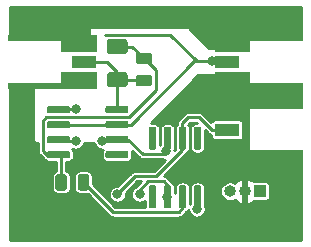
<source format=gbr>
G04 #@! TF.GenerationSoftware,KiCad,Pcbnew,5.1.5*
G04 #@! TF.CreationDate,2020-06-30T22:23:49+09:00*
G04 #@! TF.ProjectId,teabiscuits,74656162-6973-4637-9569-74732e6b6963,rev?*
G04 #@! TF.SameCoordinates,Original*
G04 #@! TF.FileFunction,Copper,L1,Top*
G04 #@! TF.FilePolarity,Positive*
%FSLAX46Y46*%
G04 Gerber Fmt 4.6, Leading zero omitted, Abs format (unit mm)*
G04 Created by KiCad (PCBNEW 5.1.5) date 2020-06-30 22:23:49*
%MOMM*%
%LPD*%
G04 APERTURE LIST*
%ADD10C,0.100000*%
%ADD11R,2.100000X1.100000*%
%ADD12O,1.000000X1.000000*%
%ADD13R,1.000000X1.000000*%
%ADD14C,0.800000*%
%ADD15C,1.110000*%
%ADD16C,0.250000*%
%ADD17C,0.254000*%
G04 APERTURE END LIST*
G04 #@! TA.AperFunction,SMDPad,CuDef*
D10*
G36*
X169500000Y-134000000D02*
G01*
X177000000Y-134000000D01*
X177000000Y-134550000D01*
X172500000Y-134550000D01*
X172500000Y-135480000D01*
X169500000Y-135480000D01*
X169500000Y-134000000D01*
G37*
G04 #@! TD.AperFunction*
G04 #@! TA.AperFunction,SMDPad,CuDef*
G36*
X169500000Y-137120000D02*
G01*
X172500000Y-137120000D01*
X172500000Y-138050000D01*
X177000000Y-138050000D01*
X177000000Y-138600000D01*
X169500000Y-138600000D01*
X169500000Y-137120000D01*
G37*
G04 #@! TD.AperFunction*
D11*
X170550000Y-136300000D03*
D12*
X170785000Y-141500000D03*
X172055000Y-141500000D03*
D13*
X173325000Y-141500000D03*
G04 #@! TA.AperFunction,SMDPad,CuDef*
D10*
G36*
X159500000Y-132860000D02*
G01*
X152000000Y-132860000D01*
X152000000Y-132310000D01*
X156500000Y-132310000D01*
X156500000Y-131380000D01*
X159500000Y-131380000D01*
X159500000Y-132860000D01*
G37*
G04 #@! TD.AperFunction*
G04 #@! TA.AperFunction,SMDPad,CuDef*
G36*
X159500000Y-129740000D02*
G01*
X156500000Y-129740000D01*
X156500000Y-128810000D01*
X152000000Y-128810000D01*
X152000000Y-128260000D01*
X159500000Y-128260000D01*
X159500000Y-129740000D01*
G37*
G04 #@! TD.AperFunction*
D11*
X158450000Y-130560000D03*
G04 #@! TA.AperFunction,SMDPad,CuDef*
D10*
G36*
X169500000Y-128260000D02*
G01*
X177000000Y-128260000D01*
X177000000Y-128810000D01*
X172500000Y-128810000D01*
X172500000Y-129740000D01*
X169500000Y-129740000D01*
X169500000Y-128260000D01*
G37*
G04 #@! TD.AperFunction*
G04 #@! TA.AperFunction,SMDPad,CuDef*
G36*
X169500000Y-131380000D02*
G01*
X172500000Y-131380000D01*
X172500000Y-132310000D01*
X177000000Y-132310000D01*
X177000000Y-132860000D01*
X169500000Y-132860000D01*
X169500000Y-131380000D01*
G37*
G04 #@! TD.AperFunction*
D11*
X170550000Y-130560000D03*
G04 #@! TA.AperFunction,SMDPad,CuDef*
D10*
G36*
X164394703Y-141000722D02*
G01*
X164409264Y-141002882D01*
X164423543Y-141006459D01*
X164437403Y-141011418D01*
X164450710Y-141017712D01*
X164463336Y-141025280D01*
X164475159Y-141034048D01*
X164486066Y-141043934D01*
X164495952Y-141054841D01*
X164504720Y-141066664D01*
X164512288Y-141079290D01*
X164518582Y-141092597D01*
X164523541Y-141106457D01*
X164527118Y-141120736D01*
X164529278Y-141135297D01*
X164530000Y-141150000D01*
X164530000Y-142800000D01*
X164529278Y-142814703D01*
X164527118Y-142829264D01*
X164523541Y-142843543D01*
X164518582Y-142857403D01*
X164512288Y-142870710D01*
X164504720Y-142883336D01*
X164495952Y-142895159D01*
X164486066Y-142906066D01*
X164475159Y-142915952D01*
X164463336Y-142924720D01*
X164450710Y-142932288D01*
X164437403Y-142938582D01*
X164423543Y-142943541D01*
X164409264Y-142947118D01*
X164394703Y-142949278D01*
X164380000Y-142950000D01*
X164080000Y-142950000D01*
X164065297Y-142949278D01*
X164050736Y-142947118D01*
X164036457Y-142943541D01*
X164022597Y-142938582D01*
X164009290Y-142932288D01*
X163996664Y-142924720D01*
X163984841Y-142915952D01*
X163973934Y-142906066D01*
X163964048Y-142895159D01*
X163955280Y-142883336D01*
X163947712Y-142870710D01*
X163941418Y-142857403D01*
X163936459Y-142843543D01*
X163932882Y-142829264D01*
X163930722Y-142814703D01*
X163930000Y-142800000D01*
X163930000Y-141150000D01*
X163930722Y-141135297D01*
X163932882Y-141120736D01*
X163936459Y-141106457D01*
X163941418Y-141092597D01*
X163947712Y-141079290D01*
X163955280Y-141066664D01*
X163964048Y-141054841D01*
X163973934Y-141043934D01*
X163984841Y-141034048D01*
X163996664Y-141025280D01*
X164009290Y-141017712D01*
X164022597Y-141011418D01*
X164036457Y-141006459D01*
X164050736Y-141002882D01*
X164065297Y-141000722D01*
X164080000Y-141000000D01*
X164380000Y-141000000D01*
X164394703Y-141000722D01*
G37*
G04 #@! TD.AperFunction*
G04 #@! TA.AperFunction,SMDPad,CuDef*
G36*
X165664703Y-141000722D02*
G01*
X165679264Y-141002882D01*
X165693543Y-141006459D01*
X165707403Y-141011418D01*
X165720710Y-141017712D01*
X165733336Y-141025280D01*
X165745159Y-141034048D01*
X165756066Y-141043934D01*
X165765952Y-141054841D01*
X165774720Y-141066664D01*
X165782288Y-141079290D01*
X165788582Y-141092597D01*
X165793541Y-141106457D01*
X165797118Y-141120736D01*
X165799278Y-141135297D01*
X165800000Y-141150000D01*
X165800000Y-142800000D01*
X165799278Y-142814703D01*
X165797118Y-142829264D01*
X165793541Y-142843543D01*
X165788582Y-142857403D01*
X165782288Y-142870710D01*
X165774720Y-142883336D01*
X165765952Y-142895159D01*
X165756066Y-142906066D01*
X165745159Y-142915952D01*
X165733336Y-142924720D01*
X165720710Y-142932288D01*
X165707403Y-142938582D01*
X165693543Y-142943541D01*
X165679264Y-142947118D01*
X165664703Y-142949278D01*
X165650000Y-142950000D01*
X165350000Y-142950000D01*
X165335297Y-142949278D01*
X165320736Y-142947118D01*
X165306457Y-142943541D01*
X165292597Y-142938582D01*
X165279290Y-142932288D01*
X165266664Y-142924720D01*
X165254841Y-142915952D01*
X165243934Y-142906066D01*
X165234048Y-142895159D01*
X165225280Y-142883336D01*
X165217712Y-142870710D01*
X165211418Y-142857403D01*
X165206459Y-142843543D01*
X165202882Y-142829264D01*
X165200722Y-142814703D01*
X165200000Y-142800000D01*
X165200000Y-141150000D01*
X165200722Y-141135297D01*
X165202882Y-141120736D01*
X165206459Y-141106457D01*
X165211418Y-141092597D01*
X165217712Y-141079290D01*
X165225280Y-141066664D01*
X165234048Y-141054841D01*
X165243934Y-141043934D01*
X165254841Y-141034048D01*
X165266664Y-141025280D01*
X165279290Y-141017712D01*
X165292597Y-141011418D01*
X165306457Y-141006459D01*
X165320736Y-141002882D01*
X165335297Y-141000722D01*
X165350000Y-141000000D01*
X165650000Y-141000000D01*
X165664703Y-141000722D01*
G37*
G04 #@! TD.AperFunction*
G04 #@! TA.AperFunction,SMDPad,CuDef*
G36*
X166934703Y-141000722D02*
G01*
X166949264Y-141002882D01*
X166963543Y-141006459D01*
X166977403Y-141011418D01*
X166990710Y-141017712D01*
X167003336Y-141025280D01*
X167015159Y-141034048D01*
X167026066Y-141043934D01*
X167035952Y-141054841D01*
X167044720Y-141066664D01*
X167052288Y-141079290D01*
X167058582Y-141092597D01*
X167063541Y-141106457D01*
X167067118Y-141120736D01*
X167069278Y-141135297D01*
X167070000Y-141150000D01*
X167070000Y-142800000D01*
X167069278Y-142814703D01*
X167067118Y-142829264D01*
X167063541Y-142843543D01*
X167058582Y-142857403D01*
X167052288Y-142870710D01*
X167044720Y-142883336D01*
X167035952Y-142895159D01*
X167026066Y-142906066D01*
X167015159Y-142915952D01*
X167003336Y-142924720D01*
X166990710Y-142932288D01*
X166977403Y-142938582D01*
X166963543Y-142943541D01*
X166949264Y-142947118D01*
X166934703Y-142949278D01*
X166920000Y-142950000D01*
X166620000Y-142950000D01*
X166605297Y-142949278D01*
X166590736Y-142947118D01*
X166576457Y-142943541D01*
X166562597Y-142938582D01*
X166549290Y-142932288D01*
X166536664Y-142924720D01*
X166524841Y-142915952D01*
X166513934Y-142906066D01*
X166504048Y-142895159D01*
X166495280Y-142883336D01*
X166487712Y-142870710D01*
X166481418Y-142857403D01*
X166476459Y-142843543D01*
X166472882Y-142829264D01*
X166470722Y-142814703D01*
X166470000Y-142800000D01*
X166470000Y-141150000D01*
X166470722Y-141135297D01*
X166472882Y-141120736D01*
X166476459Y-141106457D01*
X166481418Y-141092597D01*
X166487712Y-141079290D01*
X166495280Y-141066664D01*
X166504048Y-141054841D01*
X166513934Y-141043934D01*
X166524841Y-141034048D01*
X166536664Y-141025280D01*
X166549290Y-141017712D01*
X166562597Y-141011418D01*
X166576457Y-141006459D01*
X166590736Y-141002882D01*
X166605297Y-141000722D01*
X166620000Y-141000000D01*
X166920000Y-141000000D01*
X166934703Y-141000722D01*
G37*
G04 #@! TD.AperFunction*
G04 #@! TA.AperFunction,SMDPad,CuDef*
G36*
X168204703Y-141000722D02*
G01*
X168219264Y-141002882D01*
X168233543Y-141006459D01*
X168247403Y-141011418D01*
X168260710Y-141017712D01*
X168273336Y-141025280D01*
X168285159Y-141034048D01*
X168296066Y-141043934D01*
X168305952Y-141054841D01*
X168314720Y-141066664D01*
X168322288Y-141079290D01*
X168328582Y-141092597D01*
X168333541Y-141106457D01*
X168337118Y-141120736D01*
X168339278Y-141135297D01*
X168340000Y-141150000D01*
X168340000Y-142800000D01*
X168339278Y-142814703D01*
X168337118Y-142829264D01*
X168333541Y-142843543D01*
X168328582Y-142857403D01*
X168322288Y-142870710D01*
X168314720Y-142883336D01*
X168305952Y-142895159D01*
X168296066Y-142906066D01*
X168285159Y-142915952D01*
X168273336Y-142924720D01*
X168260710Y-142932288D01*
X168247403Y-142938582D01*
X168233543Y-142943541D01*
X168219264Y-142947118D01*
X168204703Y-142949278D01*
X168190000Y-142950000D01*
X167890000Y-142950000D01*
X167875297Y-142949278D01*
X167860736Y-142947118D01*
X167846457Y-142943541D01*
X167832597Y-142938582D01*
X167819290Y-142932288D01*
X167806664Y-142924720D01*
X167794841Y-142915952D01*
X167783934Y-142906066D01*
X167774048Y-142895159D01*
X167765280Y-142883336D01*
X167757712Y-142870710D01*
X167751418Y-142857403D01*
X167746459Y-142843543D01*
X167742882Y-142829264D01*
X167740722Y-142814703D01*
X167740000Y-142800000D01*
X167740000Y-141150000D01*
X167740722Y-141135297D01*
X167742882Y-141120736D01*
X167746459Y-141106457D01*
X167751418Y-141092597D01*
X167757712Y-141079290D01*
X167765280Y-141066664D01*
X167774048Y-141054841D01*
X167783934Y-141043934D01*
X167794841Y-141034048D01*
X167806664Y-141025280D01*
X167819290Y-141017712D01*
X167832597Y-141011418D01*
X167846457Y-141006459D01*
X167860736Y-141002882D01*
X167875297Y-141000722D01*
X167890000Y-141000000D01*
X168190000Y-141000000D01*
X168204703Y-141000722D01*
G37*
G04 #@! TD.AperFunction*
G04 #@! TA.AperFunction,SMDPad,CuDef*
G36*
X168204703Y-136050722D02*
G01*
X168219264Y-136052882D01*
X168233543Y-136056459D01*
X168247403Y-136061418D01*
X168260710Y-136067712D01*
X168273336Y-136075280D01*
X168285159Y-136084048D01*
X168296066Y-136093934D01*
X168305952Y-136104841D01*
X168314720Y-136116664D01*
X168322288Y-136129290D01*
X168328582Y-136142597D01*
X168333541Y-136156457D01*
X168337118Y-136170736D01*
X168339278Y-136185297D01*
X168340000Y-136200000D01*
X168340000Y-137850000D01*
X168339278Y-137864703D01*
X168337118Y-137879264D01*
X168333541Y-137893543D01*
X168328582Y-137907403D01*
X168322288Y-137920710D01*
X168314720Y-137933336D01*
X168305952Y-137945159D01*
X168296066Y-137956066D01*
X168285159Y-137965952D01*
X168273336Y-137974720D01*
X168260710Y-137982288D01*
X168247403Y-137988582D01*
X168233543Y-137993541D01*
X168219264Y-137997118D01*
X168204703Y-137999278D01*
X168190000Y-138000000D01*
X167890000Y-138000000D01*
X167875297Y-137999278D01*
X167860736Y-137997118D01*
X167846457Y-137993541D01*
X167832597Y-137988582D01*
X167819290Y-137982288D01*
X167806664Y-137974720D01*
X167794841Y-137965952D01*
X167783934Y-137956066D01*
X167774048Y-137945159D01*
X167765280Y-137933336D01*
X167757712Y-137920710D01*
X167751418Y-137907403D01*
X167746459Y-137893543D01*
X167742882Y-137879264D01*
X167740722Y-137864703D01*
X167740000Y-137850000D01*
X167740000Y-136200000D01*
X167740722Y-136185297D01*
X167742882Y-136170736D01*
X167746459Y-136156457D01*
X167751418Y-136142597D01*
X167757712Y-136129290D01*
X167765280Y-136116664D01*
X167774048Y-136104841D01*
X167783934Y-136093934D01*
X167794841Y-136084048D01*
X167806664Y-136075280D01*
X167819290Y-136067712D01*
X167832597Y-136061418D01*
X167846457Y-136056459D01*
X167860736Y-136052882D01*
X167875297Y-136050722D01*
X167890000Y-136050000D01*
X168190000Y-136050000D01*
X168204703Y-136050722D01*
G37*
G04 #@! TD.AperFunction*
G04 #@! TA.AperFunction,SMDPad,CuDef*
G36*
X166934703Y-136050722D02*
G01*
X166949264Y-136052882D01*
X166963543Y-136056459D01*
X166977403Y-136061418D01*
X166990710Y-136067712D01*
X167003336Y-136075280D01*
X167015159Y-136084048D01*
X167026066Y-136093934D01*
X167035952Y-136104841D01*
X167044720Y-136116664D01*
X167052288Y-136129290D01*
X167058582Y-136142597D01*
X167063541Y-136156457D01*
X167067118Y-136170736D01*
X167069278Y-136185297D01*
X167070000Y-136200000D01*
X167070000Y-137850000D01*
X167069278Y-137864703D01*
X167067118Y-137879264D01*
X167063541Y-137893543D01*
X167058582Y-137907403D01*
X167052288Y-137920710D01*
X167044720Y-137933336D01*
X167035952Y-137945159D01*
X167026066Y-137956066D01*
X167015159Y-137965952D01*
X167003336Y-137974720D01*
X166990710Y-137982288D01*
X166977403Y-137988582D01*
X166963543Y-137993541D01*
X166949264Y-137997118D01*
X166934703Y-137999278D01*
X166920000Y-138000000D01*
X166620000Y-138000000D01*
X166605297Y-137999278D01*
X166590736Y-137997118D01*
X166576457Y-137993541D01*
X166562597Y-137988582D01*
X166549290Y-137982288D01*
X166536664Y-137974720D01*
X166524841Y-137965952D01*
X166513934Y-137956066D01*
X166504048Y-137945159D01*
X166495280Y-137933336D01*
X166487712Y-137920710D01*
X166481418Y-137907403D01*
X166476459Y-137893543D01*
X166472882Y-137879264D01*
X166470722Y-137864703D01*
X166470000Y-137850000D01*
X166470000Y-136200000D01*
X166470722Y-136185297D01*
X166472882Y-136170736D01*
X166476459Y-136156457D01*
X166481418Y-136142597D01*
X166487712Y-136129290D01*
X166495280Y-136116664D01*
X166504048Y-136104841D01*
X166513934Y-136093934D01*
X166524841Y-136084048D01*
X166536664Y-136075280D01*
X166549290Y-136067712D01*
X166562597Y-136061418D01*
X166576457Y-136056459D01*
X166590736Y-136052882D01*
X166605297Y-136050722D01*
X166620000Y-136050000D01*
X166920000Y-136050000D01*
X166934703Y-136050722D01*
G37*
G04 #@! TD.AperFunction*
G04 #@! TA.AperFunction,SMDPad,CuDef*
G36*
X165664703Y-136050722D02*
G01*
X165679264Y-136052882D01*
X165693543Y-136056459D01*
X165707403Y-136061418D01*
X165720710Y-136067712D01*
X165733336Y-136075280D01*
X165745159Y-136084048D01*
X165756066Y-136093934D01*
X165765952Y-136104841D01*
X165774720Y-136116664D01*
X165782288Y-136129290D01*
X165788582Y-136142597D01*
X165793541Y-136156457D01*
X165797118Y-136170736D01*
X165799278Y-136185297D01*
X165800000Y-136200000D01*
X165800000Y-137850000D01*
X165799278Y-137864703D01*
X165797118Y-137879264D01*
X165793541Y-137893543D01*
X165788582Y-137907403D01*
X165782288Y-137920710D01*
X165774720Y-137933336D01*
X165765952Y-137945159D01*
X165756066Y-137956066D01*
X165745159Y-137965952D01*
X165733336Y-137974720D01*
X165720710Y-137982288D01*
X165707403Y-137988582D01*
X165693543Y-137993541D01*
X165679264Y-137997118D01*
X165664703Y-137999278D01*
X165650000Y-138000000D01*
X165350000Y-138000000D01*
X165335297Y-137999278D01*
X165320736Y-137997118D01*
X165306457Y-137993541D01*
X165292597Y-137988582D01*
X165279290Y-137982288D01*
X165266664Y-137974720D01*
X165254841Y-137965952D01*
X165243934Y-137956066D01*
X165234048Y-137945159D01*
X165225280Y-137933336D01*
X165217712Y-137920710D01*
X165211418Y-137907403D01*
X165206459Y-137893543D01*
X165202882Y-137879264D01*
X165200722Y-137864703D01*
X165200000Y-137850000D01*
X165200000Y-136200000D01*
X165200722Y-136185297D01*
X165202882Y-136170736D01*
X165206459Y-136156457D01*
X165211418Y-136142597D01*
X165217712Y-136129290D01*
X165225280Y-136116664D01*
X165234048Y-136104841D01*
X165243934Y-136093934D01*
X165254841Y-136084048D01*
X165266664Y-136075280D01*
X165279290Y-136067712D01*
X165292597Y-136061418D01*
X165306457Y-136056459D01*
X165320736Y-136052882D01*
X165335297Y-136050722D01*
X165350000Y-136050000D01*
X165650000Y-136050000D01*
X165664703Y-136050722D01*
G37*
G04 #@! TD.AperFunction*
G04 #@! TA.AperFunction,SMDPad,CuDef*
G36*
X164394703Y-136050722D02*
G01*
X164409264Y-136052882D01*
X164423543Y-136056459D01*
X164437403Y-136061418D01*
X164450710Y-136067712D01*
X164463336Y-136075280D01*
X164475159Y-136084048D01*
X164486066Y-136093934D01*
X164495952Y-136104841D01*
X164504720Y-136116664D01*
X164512288Y-136129290D01*
X164518582Y-136142597D01*
X164523541Y-136156457D01*
X164527118Y-136170736D01*
X164529278Y-136185297D01*
X164530000Y-136200000D01*
X164530000Y-137850000D01*
X164529278Y-137864703D01*
X164527118Y-137879264D01*
X164523541Y-137893543D01*
X164518582Y-137907403D01*
X164512288Y-137920710D01*
X164504720Y-137933336D01*
X164495952Y-137945159D01*
X164486066Y-137956066D01*
X164475159Y-137965952D01*
X164463336Y-137974720D01*
X164450710Y-137982288D01*
X164437403Y-137988582D01*
X164423543Y-137993541D01*
X164409264Y-137997118D01*
X164394703Y-137999278D01*
X164380000Y-138000000D01*
X164080000Y-138000000D01*
X164065297Y-137999278D01*
X164050736Y-137997118D01*
X164036457Y-137993541D01*
X164022597Y-137988582D01*
X164009290Y-137982288D01*
X163996664Y-137974720D01*
X163984841Y-137965952D01*
X163973934Y-137956066D01*
X163964048Y-137945159D01*
X163955280Y-137933336D01*
X163947712Y-137920710D01*
X163941418Y-137907403D01*
X163936459Y-137893543D01*
X163932882Y-137879264D01*
X163930722Y-137864703D01*
X163930000Y-137850000D01*
X163930000Y-136200000D01*
X163930722Y-136185297D01*
X163932882Y-136170736D01*
X163936459Y-136156457D01*
X163941418Y-136142597D01*
X163947712Y-136129290D01*
X163955280Y-136116664D01*
X163964048Y-136104841D01*
X163973934Y-136093934D01*
X163984841Y-136084048D01*
X163996664Y-136075280D01*
X164009290Y-136067712D01*
X164022597Y-136061418D01*
X164036457Y-136056459D01*
X164050736Y-136052882D01*
X164065297Y-136050722D01*
X164080000Y-136050000D01*
X164380000Y-136050000D01*
X164394703Y-136050722D01*
G37*
G04 #@! TD.AperFunction*
G04 #@! TA.AperFunction,SMDPad,CuDef*
G36*
X162064703Y-134295722D02*
G01*
X162079264Y-134297882D01*
X162093543Y-134301459D01*
X162107403Y-134306418D01*
X162120710Y-134312712D01*
X162133336Y-134320280D01*
X162145159Y-134329048D01*
X162156066Y-134338934D01*
X162165952Y-134349841D01*
X162174720Y-134361664D01*
X162182288Y-134374290D01*
X162188582Y-134387597D01*
X162193541Y-134401457D01*
X162197118Y-134415736D01*
X162199278Y-134430297D01*
X162200000Y-134445000D01*
X162200000Y-134745000D01*
X162199278Y-134759703D01*
X162197118Y-134774264D01*
X162193541Y-134788543D01*
X162188582Y-134802403D01*
X162182288Y-134815710D01*
X162174720Y-134828336D01*
X162165952Y-134840159D01*
X162156066Y-134851066D01*
X162145159Y-134860952D01*
X162133336Y-134869720D01*
X162120710Y-134877288D01*
X162107403Y-134883582D01*
X162093543Y-134888541D01*
X162079264Y-134892118D01*
X162064703Y-134894278D01*
X162050000Y-134895000D01*
X160400000Y-134895000D01*
X160385297Y-134894278D01*
X160370736Y-134892118D01*
X160356457Y-134888541D01*
X160342597Y-134883582D01*
X160329290Y-134877288D01*
X160316664Y-134869720D01*
X160304841Y-134860952D01*
X160293934Y-134851066D01*
X160284048Y-134840159D01*
X160275280Y-134828336D01*
X160267712Y-134815710D01*
X160261418Y-134802403D01*
X160256459Y-134788543D01*
X160252882Y-134774264D01*
X160250722Y-134759703D01*
X160250000Y-134745000D01*
X160250000Y-134445000D01*
X160250722Y-134430297D01*
X160252882Y-134415736D01*
X160256459Y-134401457D01*
X160261418Y-134387597D01*
X160267712Y-134374290D01*
X160275280Y-134361664D01*
X160284048Y-134349841D01*
X160293934Y-134338934D01*
X160304841Y-134329048D01*
X160316664Y-134320280D01*
X160329290Y-134312712D01*
X160342597Y-134306418D01*
X160356457Y-134301459D01*
X160370736Y-134297882D01*
X160385297Y-134295722D01*
X160400000Y-134295000D01*
X162050000Y-134295000D01*
X162064703Y-134295722D01*
G37*
G04 #@! TD.AperFunction*
G04 #@! TA.AperFunction,SMDPad,CuDef*
G36*
X162064703Y-135565722D02*
G01*
X162079264Y-135567882D01*
X162093543Y-135571459D01*
X162107403Y-135576418D01*
X162120710Y-135582712D01*
X162133336Y-135590280D01*
X162145159Y-135599048D01*
X162156066Y-135608934D01*
X162165952Y-135619841D01*
X162174720Y-135631664D01*
X162182288Y-135644290D01*
X162188582Y-135657597D01*
X162193541Y-135671457D01*
X162197118Y-135685736D01*
X162199278Y-135700297D01*
X162200000Y-135715000D01*
X162200000Y-136015000D01*
X162199278Y-136029703D01*
X162197118Y-136044264D01*
X162193541Y-136058543D01*
X162188582Y-136072403D01*
X162182288Y-136085710D01*
X162174720Y-136098336D01*
X162165952Y-136110159D01*
X162156066Y-136121066D01*
X162145159Y-136130952D01*
X162133336Y-136139720D01*
X162120710Y-136147288D01*
X162107403Y-136153582D01*
X162093543Y-136158541D01*
X162079264Y-136162118D01*
X162064703Y-136164278D01*
X162050000Y-136165000D01*
X160400000Y-136165000D01*
X160385297Y-136164278D01*
X160370736Y-136162118D01*
X160356457Y-136158541D01*
X160342597Y-136153582D01*
X160329290Y-136147288D01*
X160316664Y-136139720D01*
X160304841Y-136130952D01*
X160293934Y-136121066D01*
X160284048Y-136110159D01*
X160275280Y-136098336D01*
X160267712Y-136085710D01*
X160261418Y-136072403D01*
X160256459Y-136058543D01*
X160252882Y-136044264D01*
X160250722Y-136029703D01*
X160250000Y-136015000D01*
X160250000Y-135715000D01*
X160250722Y-135700297D01*
X160252882Y-135685736D01*
X160256459Y-135671457D01*
X160261418Y-135657597D01*
X160267712Y-135644290D01*
X160275280Y-135631664D01*
X160284048Y-135619841D01*
X160293934Y-135608934D01*
X160304841Y-135599048D01*
X160316664Y-135590280D01*
X160329290Y-135582712D01*
X160342597Y-135576418D01*
X160356457Y-135571459D01*
X160370736Y-135567882D01*
X160385297Y-135565722D01*
X160400000Y-135565000D01*
X162050000Y-135565000D01*
X162064703Y-135565722D01*
G37*
G04 #@! TD.AperFunction*
G04 #@! TA.AperFunction,SMDPad,CuDef*
G36*
X162064703Y-136835722D02*
G01*
X162079264Y-136837882D01*
X162093543Y-136841459D01*
X162107403Y-136846418D01*
X162120710Y-136852712D01*
X162133336Y-136860280D01*
X162145159Y-136869048D01*
X162156066Y-136878934D01*
X162165952Y-136889841D01*
X162174720Y-136901664D01*
X162182288Y-136914290D01*
X162188582Y-136927597D01*
X162193541Y-136941457D01*
X162197118Y-136955736D01*
X162199278Y-136970297D01*
X162200000Y-136985000D01*
X162200000Y-137285000D01*
X162199278Y-137299703D01*
X162197118Y-137314264D01*
X162193541Y-137328543D01*
X162188582Y-137342403D01*
X162182288Y-137355710D01*
X162174720Y-137368336D01*
X162165952Y-137380159D01*
X162156066Y-137391066D01*
X162145159Y-137400952D01*
X162133336Y-137409720D01*
X162120710Y-137417288D01*
X162107403Y-137423582D01*
X162093543Y-137428541D01*
X162079264Y-137432118D01*
X162064703Y-137434278D01*
X162050000Y-137435000D01*
X160400000Y-137435000D01*
X160385297Y-137434278D01*
X160370736Y-137432118D01*
X160356457Y-137428541D01*
X160342597Y-137423582D01*
X160329290Y-137417288D01*
X160316664Y-137409720D01*
X160304841Y-137400952D01*
X160293934Y-137391066D01*
X160284048Y-137380159D01*
X160275280Y-137368336D01*
X160267712Y-137355710D01*
X160261418Y-137342403D01*
X160256459Y-137328543D01*
X160252882Y-137314264D01*
X160250722Y-137299703D01*
X160250000Y-137285000D01*
X160250000Y-136985000D01*
X160250722Y-136970297D01*
X160252882Y-136955736D01*
X160256459Y-136941457D01*
X160261418Y-136927597D01*
X160267712Y-136914290D01*
X160275280Y-136901664D01*
X160284048Y-136889841D01*
X160293934Y-136878934D01*
X160304841Y-136869048D01*
X160316664Y-136860280D01*
X160329290Y-136852712D01*
X160342597Y-136846418D01*
X160356457Y-136841459D01*
X160370736Y-136837882D01*
X160385297Y-136835722D01*
X160400000Y-136835000D01*
X162050000Y-136835000D01*
X162064703Y-136835722D01*
G37*
G04 #@! TD.AperFunction*
G04 #@! TA.AperFunction,SMDPad,CuDef*
G36*
X162064703Y-138105722D02*
G01*
X162079264Y-138107882D01*
X162093543Y-138111459D01*
X162107403Y-138116418D01*
X162120710Y-138122712D01*
X162133336Y-138130280D01*
X162145159Y-138139048D01*
X162156066Y-138148934D01*
X162165952Y-138159841D01*
X162174720Y-138171664D01*
X162182288Y-138184290D01*
X162188582Y-138197597D01*
X162193541Y-138211457D01*
X162197118Y-138225736D01*
X162199278Y-138240297D01*
X162200000Y-138255000D01*
X162200000Y-138555000D01*
X162199278Y-138569703D01*
X162197118Y-138584264D01*
X162193541Y-138598543D01*
X162188582Y-138612403D01*
X162182288Y-138625710D01*
X162174720Y-138638336D01*
X162165952Y-138650159D01*
X162156066Y-138661066D01*
X162145159Y-138670952D01*
X162133336Y-138679720D01*
X162120710Y-138687288D01*
X162107403Y-138693582D01*
X162093543Y-138698541D01*
X162079264Y-138702118D01*
X162064703Y-138704278D01*
X162050000Y-138705000D01*
X160400000Y-138705000D01*
X160385297Y-138704278D01*
X160370736Y-138702118D01*
X160356457Y-138698541D01*
X160342597Y-138693582D01*
X160329290Y-138687288D01*
X160316664Y-138679720D01*
X160304841Y-138670952D01*
X160293934Y-138661066D01*
X160284048Y-138650159D01*
X160275280Y-138638336D01*
X160267712Y-138625710D01*
X160261418Y-138612403D01*
X160256459Y-138598543D01*
X160252882Y-138584264D01*
X160250722Y-138569703D01*
X160250000Y-138555000D01*
X160250000Y-138255000D01*
X160250722Y-138240297D01*
X160252882Y-138225736D01*
X160256459Y-138211457D01*
X160261418Y-138197597D01*
X160267712Y-138184290D01*
X160275280Y-138171664D01*
X160284048Y-138159841D01*
X160293934Y-138148934D01*
X160304841Y-138139048D01*
X160316664Y-138130280D01*
X160329290Y-138122712D01*
X160342597Y-138116418D01*
X160356457Y-138111459D01*
X160370736Y-138107882D01*
X160385297Y-138105722D01*
X160400000Y-138105000D01*
X162050000Y-138105000D01*
X162064703Y-138105722D01*
G37*
G04 #@! TD.AperFunction*
G04 #@! TA.AperFunction,SMDPad,CuDef*
G36*
X157114703Y-138105722D02*
G01*
X157129264Y-138107882D01*
X157143543Y-138111459D01*
X157157403Y-138116418D01*
X157170710Y-138122712D01*
X157183336Y-138130280D01*
X157195159Y-138139048D01*
X157206066Y-138148934D01*
X157215952Y-138159841D01*
X157224720Y-138171664D01*
X157232288Y-138184290D01*
X157238582Y-138197597D01*
X157243541Y-138211457D01*
X157247118Y-138225736D01*
X157249278Y-138240297D01*
X157250000Y-138255000D01*
X157250000Y-138555000D01*
X157249278Y-138569703D01*
X157247118Y-138584264D01*
X157243541Y-138598543D01*
X157238582Y-138612403D01*
X157232288Y-138625710D01*
X157224720Y-138638336D01*
X157215952Y-138650159D01*
X157206066Y-138661066D01*
X157195159Y-138670952D01*
X157183336Y-138679720D01*
X157170710Y-138687288D01*
X157157403Y-138693582D01*
X157143543Y-138698541D01*
X157129264Y-138702118D01*
X157114703Y-138704278D01*
X157100000Y-138705000D01*
X155450000Y-138705000D01*
X155435297Y-138704278D01*
X155420736Y-138702118D01*
X155406457Y-138698541D01*
X155392597Y-138693582D01*
X155379290Y-138687288D01*
X155366664Y-138679720D01*
X155354841Y-138670952D01*
X155343934Y-138661066D01*
X155334048Y-138650159D01*
X155325280Y-138638336D01*
X155317712Y-138625710D01*
X155311418Y-138612403D01*
X155306459Y-138598543D01*
X155302882Y-138584264D01*
X155300722Y-138569703D01*
X155300000Y-138555000D01*
X155300000Y-138255000D01*
X155300722Y-138240297D01*
X155302882Y-138225736D01*
X155306459Y-138211457D01*
X155311418Y-138197597D01*
X155317712Y-138184290D01*
X155325280Y-138171664D01*
X155334048Y-138159841D01*
X155343934Y-138148934D01*
X155354841Y-138139048D01*
X155366664Y-138130280D01*
X155379290Y-138122712D01*
X155392597Y-138116418D01*
X155406457Y-138111459D01*
X155420736Y-138107882D01*
X155435297Y-138105722D01*
X155450000Y-138105000D01*
X157100000Y-138105000D01*
X157114703Y-138105722D01*
G37*
G04 #@! TD.AperFunction*
G04 #@! TA.AperFunction,SMDPad,CuDef*
G36*
X157114703Y-136835722D02*
G01*
X157129264Y-136837882D01*
X157143543Y-136841459D01*
X157157403Y-136846418D01*
X157170710Y-136852712D01*
X157183336Y-136860280D01*
X157195159Y-136869048D01*
X157206066Y-136878934D01*
X157215952Y-136889841D01*
X157224720Y-136901664D01*
X157232288Y-136914290D01*
X157238582Y-136927597D01*
X157243541Y-136941457D01*
X157247118Y-136955736D01*
X157249278Y-136970297D01*
X157250000Y-136985000D01*
X157250000Y-137285000D01*
X157249278Y-137299703D01*
X157247118Y-137314264D01*
X157243541Y-137328543D01*
X157238582Y-137342403D01*
X157232288Y-137355710D01*
X157224720Y-137368336D01*
X157215952Y-137380159D01*
X157206066Y-137391066D01*
X157195159Y-137400952D01*
X157183336Y-137409720D01*
X157170710Y-137417288D01*
X157157403Y-137423582D01*
X157143543Y-137428541D01*
X157129264Y-137432118D01*
X157114703Y-137434278D01*
X157100000Y-137435000D01*
X155450000Y-137435000D01*
X155435297Y-137434278D01*
X155420736Y-137432118D01*
X155406457Y-137428541D01*
X155392597Y-137423582D01*
X155379290Y-137417288D01*
X155366664Y-137409720D01*
X155354841Y-137400952D01*
X155343934Y-137391066D01*
X155334048Y-137380159D01*
X155325280Y-137368336D01*
X155317712Y-137355710D01*
X155311418Y-137342403D01*
X155306459Y-137328543D01*
X155302882Y-137314264D01*
X155300722Y-137299703D01*
X155300000Y-137285000D01*
X155300000Y-136985000D01*
X155300722Y-136970297D01*
X155302882Y-136955736D01*
X155306459Y-136941457D01*
X155311418Y-136927597D01*
X155317712Y-136914290D01*
X155325280Y-136901664D01*
X155334048Y-136889841D01*
X155343934Y-136878934D01*
X155354841Y-136869048D01*
X155366664Y-136860280D01*
X155379290Y-136852712D01*
X155392597Y-136846418D01*
X155406457Y-136841459D01*
X155420736Y-136837882D01*
X155435297Y-136835722D01*
X155450000Y-136835000D01*
X157100000Y-136835000D01*
X157114703Y-136835722D01*
G37*
G04 #@! TD.AperFunction*
G04 #@! TA.AperFunction,SMDPad,CuDef*
G36*
X157114703Y-135565722D02*
G01*
X157129264Y-135567882D01*
X157143543Y-135571459D01*
X157157403Y-135576418D01*
X157170710Y-135582712D01*
X157183336Y-135590280D01*
X157195159Y-135599048D01*
X157206066Y-135608934D01*
X157215952Y-135619841D01*
X157224720Y-135631664D01*
X157232288Y-135644290D01*
X157238582Y-135657597D01*
X157243541Y-135671457D01*
X157247118Y-135685736D01*
X157249278Y-135700297D01*
X157250000Y-135715000D01*
X157250000Y-136015000D01*
X157249278Y-136029703D01*
X157247118Y-136044264D01*
X157243541Y-136058543D01*
X157238582Y-136072403D01*
X157232288Y-136085710D01*
X157224720Y-136098336D01*
X157215952Y-136110159D01*
X157206066Y-136121066D01*
X157195159Y-136130952D01*
X157183336Y-136139720D01*
X157170710Y-136147288D01*
X157157403Y-136153582D01*
X157143543Y-136158541D01*
X157129264Y-136162118D01*
X157114703Y-136164278D01*
X157100000Y-136165000D01*
X155450000Y-136165000D01*
X155435297Y-136164278D01*
X155420736Y-136162118D01*
X155406457Y-136158541D01*
X155392597Y-136153582D01*
X155379290Y-136147288D01*
X155366664Y-136139720D01*
X155354841Y-136130952D01*
X155343934Y-136121066D01*
X155334048Y-136110159D01*
X155325280Y-136098336D01*
X155317712Y-136085710D01*
X155311418Y-136072403D01*
X155306459Y-136058543D01*
X155302882Y-136044264D01*
X155300722Y-136029703D01*
X155300000Y-136015000D01*
X155300000Y-135715000D01*
X155300722Y-135700297D01*
X155302882Y-135685736D01*
X155306459Y-135671457D01*
X155311418Y-135657597D01*
X155317712Y-135644290D01*
X155325280Y-135631664D01*
X155334048Y-135619841D01*
X155343934Y-135608934D01*
X155354841Y-135599048D01*
X155366664Y-135590280D01*
X155379290Y-135582712D01*
X155392597Y-135576418D01*
X155406457Y-135571459D01*
X155420736Y-135567882D01*
X155435297Y-135565722D01*
X155450000Y-135565000D01*
X157100000Y-135565000D01*
X157114703Y-135565722D01*
G37*
G04 #@! TD.AperFunction*
G04 #@! TA.AperFunction,SMDPad,CuDef*
G36*
X157114703Y-134295722D02*
G01*
X157129264Y-134297882D01*
X157143543Y-134301459D01*
X157157403Y-134306418D01*
X157170710Y-134312712D01*
X157183336Y-134320280D01*
X157195159Y-134329048D01*
X157206066Y-134338934D01*
X157215952Y-134349841D01*
X157224720Y-134361664D01*
X157232288Y-134374290D01*
X157238582Y-134387597D01*
X157243541Y-134401457D01*
X157247118Y-134415736D01*
X157249278Y-134430297D01*
X157250000Y-134445000D01*
X157250000Y-134745000D01*
X157249278Y-134759703D01*
X157247118Y-134774264D01*
X157243541Y-134788543D01*
X157238582Y-134802403D01*
X157232288Y-134815710D01*
X157224720Y-134828336D01*
X157215952Y-134840159D01*
X157206066Y-134851066D01*
X157195159Y-134860952D01*
X157183336Y-134869720D01*
X157170710Y-134877288D01*
X157157403Y-134883582D01*
X157143543Y-134888541D01*
X157129264Y-134892118D01*
X157114703Y-134894278D01*
X157100000Y-134895000D01*
X155450000Y-134895000D01*
X155435297Y-134894278D01*
X155420736Y-134892118D01*
X155406457Y-134888541D01*
X155392597Y-134883582D01*
X155379290Y-134877288D01*
X155366664Y-134869720D01*
X155354841Y-134860952D01*
X155343934Y-134851066D01*
X155334048Y-134840159D01*
X155325280Y-134828336D01*
X155317712Y-134815710D01*
X155311418Y-134802403D01*
X155306459Y-134788543D01*
X155302882Y-134774264D01*
X155300722Y-134759703D01*
X155300000Y-134745000D01*
X155300000Y-134445000D01*
X155300722Y-134430297D01*
X155302882Y-134415736D01*
X155306459Y-134401457D01*
X155311418Y-134387597D01*
X155317712Y-134374290D01*
X155325280Y-134361664D01*
X155334048Y-134349841D01*
X155343934Y-134338934D01*
X155354841Y-134329048D01*
X155366664Y-134320280D01*
X155379290Y-134312712D01*
X155392597Y-134306418D01*
X155406457Y-134301459D01*
X155420736Y-134297882D01*
X155435297Y-134295722D01*
X155450000Y-134295000D01*
X157100000Y-134295000D01*
X157114703Y-134295722D01*
G37*
G04 #@! TD.AperFunction*
G04 #@! TA.AperFunction,SMDPad,CuDef*
G36*
X163980142Y-131638674D02*
G01*
X164003803Y-131642184D01*
X164027007Y-131647996D01*
X164049529Y-131656054D01*
X164071153Y-131666282D01*
X164091670Y-131678579D01*
X164110883Y-131692829D01*
X164128607Y-131708893D01*
X164144671Y-131726617D01*
X164158921Y-131745830D01*
X164171218Y-131766347D01*
X164181446Y-131787971D01*
X164189504Y-131810493D01*
X164195316Y-131833697D01*
X164198826Y-131857358D01*
X164200000Y-131881250D01*
X164200000Y-132368750D01*
X164198826Y-132392642D01*
X164195316Y-132416303D01*
X164189504Y-132439507D01*
X164181446Y-132462029D01*
X164171218Y-132483653D01*
X164158921Y-132504170D01*
X164144671Y-132523383D01*
X164128607Y-132541107D01*
X164110883Y-132557171D01*
X164091670Y-132571421D01*
X164071153Y-132583718D01*
X164049529Y-132593946D01*
X164027007Y-132602004D01*
X164003803Y-132607816D01*
X163980142Y-132611326D01*
X163956250Y-132612500D01*
X163043750Y-132612500D01*
X163019858Y-132611326D01*
X162996197Y-132607816D01*
X162972993Y-132602004D01*
X162950471Y-132593946D01*
X162928847Y-132583718D01*
X162908330Y-132571421D01*
X162889117Y-132557171D01*
X162871393Y-132541107D01*
X162855329Y-132523383D01*
X162841079Y-132504170D01*
X162828782Y-132483653D01*
X162818554Y-132462029D01*
X162810496Y-132439507D01*
X162804684Y-132416303D01*
X162801174Y-132392642D01*
X162800000Y-132368750D01*
X162800000Y-131881250D01*
X162801174Y-131857358D01*
X162804684Y-131833697D01*
X162810496Y-131810493D01*
X162818554Y-131787971D01*
X162828782Y-131766347D01*
X162841079Y-131745830D01*
X162855329Y-131726617D01*
X162871393Y-131708893D01*
X162889117Y-131692829D01*
X162908330Y-131678579D01*
X162928847Y-131666282D01*
X162950471Y-131656054D01*
X162972993Y-131647996D01*
X162996197Y-131642184D01*
X163019858Y-131638674D01*
X163043750Y-131637500D01*
X163956250Y-131637500D01*
X163980142Y-131638674D01*
G37*
G04 #@! TD.AperFunction*
G04 #@! TA.AperFunction,SMDPad,CuDef*
G36*
X163980142Y-129763674D02*
G01*
X164003803Y-129767184D01*
X164027007Y-129772996D01*
X164049529Y-129781054D01*
X164071153Y-129791282D01*
X164091670Y-129803579D01*
X164110883Y-129817829D01*
X164128607Y-129833893D01*
X164144671Y-129851617D01*
X164158921Y-129870830D01*
X164171218Y-129891347D01*
X164181446Y-129912971D01*
X164189504Y-129935493D01*
X164195316Y-129958697D01*
X164198826Y-129982358D01*
X164200000Y-130006250D01*
X164200000Y-130493750D01*
X164198826Y-130517642D01*
X164195316Y-130541303D01*
X164189504Y-130564507D01*
X164181446Y-130587029D01*
X164171218Y-130608653D01*
X164158921Y-130629170D01*
X164144671Y-130648383D01*
X164128607Y-130666107D01*
X164110883Y-130682171D01*
X164091670Y-130696421D01*
X164071153Y-130708718D01*
X164049529Y-130718946D01*
X164027007Y-130727004D01*
X164003803Y-130732816D01*
X163980142Y-130736326D01*
X163956250Y-130737500D01*
X163043750Y-130737500D01*
X163019858Y-130736326D01*
X162996197Y-130732816D01*
X162972993Y-130727004D01*
X162950471Y-130718946D01*
X162928847Y-130708718D01*
X162908330Y-130696421D01*
X162889117Y-130682171D01*
X162871393Y-130666107D01*
X162855329Y-130648383D01*
X162841079Y-130629170D01*
X162828782Y-130608653D01*
X162818554Y-130587029D01*
X162810496Y-130564507D01*
X162804684Y-130541303D01*
X162801174Y-130517642D01*
X162800000Y-130493750D01*
X162800000Y-130006250D01*
X162801174Y-129982358D01*
X162804684Y-129958697D01*
X162810496Y-129935493D01*
X162818554Y-129912971D01*
X162828782Y-129891347D01*
X162841079Y-129870830D01*
X162855329Y-129851617D01*
X162871393Y-129833893D01*
X162889117Y-129817829D01*
X162908330Y-129803579D01*
X162928847Y-129791282D01*
X162950471Y-129781054D01*
X162972993Y-129772996D01*
X162996197Y-129767184D01*
X163019858Y-129763674D01*
X163043750Y-129762500D01*
X163956250Y-129762500D01*
X163980142Y-129763674D01*
G37*
G04 #@! TD.AperFunction*
G04 #@! TA.AperFunction,SMDPad,CuDef*
G36*
X161899504Y-128626204D02*
G01*
X161923773Y-128629804D01*
X161947571Y-128635765D01*
X161970671Y-128644030D01*
X161992849Y-128654520D01*
X162013893Y-128667133D01*
X162033598Y-128681747D01*
X162051777Y-128698223D01*
X162068253Y-128716402D01*
X162082867Y-128736107D01*
X162095480Y-128757151D01*
X162105970Y-128779329D01*
X162114235Y-128802429D01*
X162120196Y-128826227D01*
X162123796Y-128850496D01*
X162125000Y-128875000D01*
X162125000Y-129625000D01*
X162123796Y-129649504D01*
X162120196Y-129673773D01*
X162114235Y-129697571D01*
X162105970Y-129720671D01*
X162095480Y-129742849D01*
X162082867Y-129763893D01*
X162068253Y-129783598D01*
X162051777Y-129801777D01*
X162033598Y-129818253D01*
X162013893Y-129832867D01*
X161992849Y-129845480D01*
X161970671Y-129855970D01*
X161947571Y-129864235D01*
X161923773Y-129870196D01*
X161899504Y-129873796D01*
X161875000Y-129875000D01*
X160625000Y-129875000D01*
X160600496Y-129873796D01*
X160576227Y-129870196D01*
X160552429Y-129864235D01*
X160529329Y-129855970D01*
X160507151Y-129845480D01*
X160486107Y-129832867D01*
X160466402Y-129818253D01*
X160448223Y-129801777D01*
X160431747Y-129783598D01*
X160417133Y-129763893D01*
X160404520Y-129742849D01*
X160394030Y-129720671D01*
X160385765Y-129697571D01*
X160379804Y-129673773D01*
X160376204Y-129649504D01*
X160375000Y-129625000D01*
X160375000Y-128875000D01*
X160376204Y-128850496D01*
X160379804Y-128826227D01*
X160385765Y-128802429D01*
X160394030Y-128779329D01*
X160404520Y-128757151D01*
X160417133Y-128736107D01*
X160431747Y-128716402D01*
X160448223Y-128698223D01*
X160466402Y-128681747D01*
X160486107Y-128667133D01*
X160507151Y-128654520D01*
X160529329Y-128644030D01*
X160552429Y-128635765D01*
X160576227Y-128629804D01*
X160600496Y-128626204D01*
X160625000Y-128625000D01*
X161875000Y-128625000D01*
X161899504Y-128626204D01*
G37*
G04 #@! TD.AperFunction*
G04 #@! TA.AperFunction,SMDPad,CuDef*
G36*
X161899504Y-131426204D02*
G01*
X161923773Y-131429804D01*
X161947571Y-131435765D01*
X161970671Y-131444030D01*
X161992849Y-131454520D01*
X162013893Y-131467133D01*
X162033598Y-131481747D01*
X162051777Y-131498223D01*
X162068253Y-131516402D01*
X162082867Y-131536107D01*
X162095480Y-131557151D01*
X162105970Y-131579329D01*
X162114235Y-131602429D01*
X162120196Y-131626227D01*
X162123796Y-131650496D01*
X162125000Y-131675000D01*
X162125000Y-132425000D01*
X162123796Y-132449504D01*
X162120196Y-132473773D01*
X162114235Y-132497571D01*
X162105970Y-132520671D01*
X162095480Y-132542849D01*
X162082867Y-132563893D01*
X162068253Y-132583598D01*
X162051777Y-132601777D01*
X162033598Y-132618253D01*
X162013893Y-132632867D01*
X161992849Y-132645480D01*
X161970671Y-132655970D01*
X161947571Y-132664235D01*
X161923773Y-132670196D01*
X161899504Y-132673796D01*
X161875000Y-132675000D01*
X160625000Y-132675000D01*
X160600496Y-132673796D01*
X160576227Y-132670196D01*
X160552429Y-132664235D01*
X160529329Y-132655970D01*
X160507151Y-132645480D01*
X160486107Y-132632867D01*
X160466402Y-132618253D01*
X160448223Y-132601777D01*
X160431747Y-132583598D01*
X160417133Y-132563893D01*
X160404520Y-132542849D01*
X160394030Y-132520671D01*
X160385765Y-132497571D01*
X160379804Y-132473773D01*
X160376204Y-132449504D01*
X160375000Y-132425000D01*
X160375000Y-131675000D01*
X160376204Y-131650496D01*
X160379804Y-131626227D01*
X160385765Y-131602429D01*
X160394030Y-131579329D01*
X160404520Y-131557151D01*
X160417133Y-131536107D01*
X160431747Y-131516402D01*
X160448223Y-131498223D01*
X160466402Y-131481747D01*
X160486107Y-131467133D01*
X160507151Y-131454520D01*
X160529329Y-131444030D01*
X160552429Y-131435765D01*
X160576227Y-131429804D01*
X160600496Y-131426204D01*
X160625000Y-131425000D01*
X161875000Y-131425000D01*
X161899504Y-131426204D01*
G37*
G04 #@! TD.AperFunction*
G04 #@! TA.AperFunction,SMDPad,CuDef*
G36*
X158642642Y-140051174D02*
G01*
X158666303Y-140054684D01*
X158689507Y-140060496D01*
X158712029Y-140068554D01*
X158733653Y-140078782D01*
X158754170Y-140091079D01*
X158773383Y-140105329D01*
X158791107Y-140121393D01*
X158807171Y-140139117D01*
X158821421Y-140158330D01*
X158833718Y-140178847D01*
X158843946Y-140200471D01*
X158852004Y-140222993D01*
X158857816Y-140246197D01*
X158861326Y-140269858D01*
X158862500Y-140293750D01*
X158862500Y-141206250D01*
X158861326Y-141230142D01*
X158857816Y-141253803D01*
X158852004Y-141277007D01*
X158843946Y-141299529D01*
X158833718Y-141321153D01*
X158821421Y-141341670D01*
X158807171Y-141360883D01*
X158791107Y-141378607D01*
X158773383Y-141394671D01*
X158754170Y-141408921D01*
X158733653Y-141421218D01*
X158712029Y-141431446D01*
X158689507Y-141439504D01*
X158666303Y-141445316D01*
X158642642Y-141448826D01*
X158618750Y-141450000D01*
X158131250Y-141450000D01*
X158107358Y-141448826D01*
X158083697Y-141445316D01*
X158060493Y-141439504D01*
X158037971Y-141431446D01*
X158016347Y-141421218D01*
X157995830Y-141408921D01*
X157976617Y-141394671D01*
X157958893Y-141378607D01*
X157942829Y-141360883D01*
X157928579Y-141341670D01*
X157916282Y-141321153D01*
X157906054Y-141299529D01*
X157897996Y-141277007D01*
X157892184Y-141253803D01*
X157888674Y-141230142D01*
X157887500Y-141206250D01*
X157887500Y-140293750D01*
X157888674Y-140269858D01*
X157892184Y-140246197D01*
X157897996Y-140222993D01*
X157906054Y-140200471D01*
X157916282Y-140178847D01*
X157928579Y-140158330D01*
X157942829Y-140139117D01*
X157958893Y-140121393D01*
X157976617Y-140105329D01*
X157995830Y-140091079D01*
X158016347Y-140078782D01*
X158037971Y-140068554D01*
X158060493Y-140060496D01*
X158083697Y-140054684D01*
X158107358Y-140051174D01*
X158131250Y-140050000D01*
X158618750Y-140050000D01*
X158642642Y-140051174D01*
G37*
G04 #@! TD.AperFunction*
G04 #@! TA.AperFunction,SMDPad,CuDef*
G36*
X156767642Y-140051174D02*
G01*
X156791303Y-140054684D01*
X156814507Y-140060496D01*
X156837029Y-140068554D01*
X156858653Y-140078782D01*
X156879170Y-140091079D01*
X156898383Y-140105329D01*
X156916107Y-140121393D01*
X156932171Y-140139117D01*
X156946421Y-140158330D01*
X156958718Y-140178847D01*
X156968946Y-140200471D01*
X156977004Y-140222993D01*
X156982816Y-140246197D01*
X156986326Y-140269858D01*
X156987500Y-140293750D01*
X156987500Y-141206250D01*
X156986326Y-141230142D01*
X156982816Y-141253803D01*
X156977004Y-141277007D01*
X156968946Y-141299529D01*
X156958718Y-141321153D01*
X156946421Y-141341670D01*
X156932171Y-141360883D01*
X156916107Y-141378607D01*
X156898383Y-141394671D01*
X156879170Y-141408921D01*
X156858653Y-141421218D01*
X156837029Y-141431446D01*
X156814507Y-141439504D01*
X156791303Y-141445316D01*
X156767642Y-141448826D01*
X156743750Y-141450000D01*
X156256250Y-141450000D01*
X156232358Y-141448826D01*
X156208697Y-141445316D01*
X156185493Y-141439504D01*
X156162971Y-141431446D01*
X156141347Y-141421218D01*
X156120830Y-141408921D01*
X156101617Y-141394671D01*
X156083893Y-141378607D01*
X156067829Y-141360883D01*
X156053579Y-141341670D01*
X156041282Y-141321153D01*
X156031054Y-141299529D01*
X156022996Y-141277007D01*
X156017184Y-141253803D01*
X156013674Y-141230142D01*
X156012500Y-141206250D01*
X156012500Y-140293750D01*
X156013674Y-140269858D01*
X156017184Y-140246197D01*
X156022996Y-140222993D01*
X156031054Y-140200471D01*
X156041282Y-140178847D01*
X156053579Y-140158330D01*
X156067829Y-140139117D01*
X156083893Y-140121393D01*
X156101617Y-140105329D01*
X156120830Y-140091079D01*
X156141347Y-140078782D01*
X156162971Y-140068554D01*
X156185493Y-140060496D01*
X156208697Y-140054684D01*
X156232358Y-140051174D01*
X156256250Y-140050000D01*
X156743750Y-140050000D01*
X156767642Y-140051174D01*
G37*
G04 #@! TD.AperFunction*
D14*
X160000000Y-137250000D03*
X165375000Y-138125000D03*
X157750000Y-137250000D03*
X168000000Y-143000000D03*
X161250000Y-141750000D03*
X163146768Y-141750000D03*
X165500000Y-141975000D03*
D15*
X175750000Y-144500000D03*
X175750000Y-127000000D03*
X153250000Y-127000000D03*
X153250000Y-144500000D03*
D14*
X168750000Y-139500000D03*
X169250000Y-130500000D03*
X157750000Y-134500000D03*
D16*
X159139636Y-130560000D02*
X158450000Y-130560000D01*
X161250000Y-131425000D02*
X161250000Y-132050000D01*
X160385000Y-130560000D02*
X161250000Y-131425000D01*
X158450000Y-130560000D02*
X160385000Y-130560000D01*
X163425000Y-132050000D02*
X163500000Y-132125000D01*
X161250000Y-132050000D02*
X163425000Y-132050000D01*
X161250000Y-134570000D02*
X161225000Y-134595000D01*
X161250000Y-132050000D02*
X161250000Y-134570000D01*
X162500000Y-129250000D02*
X163500000Y-130250000D01*
X161250000Y-129250000D02*
X162500000Y-129250000D01*
X164525010Y-131275010D02*
X163985527Y-130735527D01*
X164525010Y-132941758D02*
X164525010Y-131275010D01*
X162226778Y-135239990D02*
X164525010Y-132941758D01*
X155253242Y-135239990D02*
X162226778Y-135239990D01*
X163985527Y-130735527D02*
X163500000Y-130250000D01*
X154974990Y-135518242D02*
X155253242Y-135239990D01*
X154974990Y-138079990D02*
X154974990Y-135518242D01*
X155300000Y-138405000D02*
X154974990Y-138079990D01*
X156275000Y-138405000D02*
X155300000Y-138405000D01*
X156500000Y-138630000D02*
X156275000Y-138405000D01*
X156500000Y-140750000D02*
X156500000Y-138630000D01*
X161110000Y-137250000D02*
X161225000Y-137135000D01*
X160000000Y-137250000D02*
X161110000Y-137250000D01*
X162200000Y-137135000D02*
X161225000Y-137135000D01*
X163390010Y-138325010D02*
X162200000Y-137135000D01*
X165174990Y-138325010D02*
X163390010Y-138325010D01*
X165375000Y-138125000D02*
X165174990Y-138325010D01*
X165500000Y-138000000D02*
X165375000Y-138125000D01*
X165500000Y-137025000D02*
X165500000Y-138000000D01*
X156390000Y-137250000D02*
X156275000Y-137135000D01*
X157750000Y-137250000D02*
X156390000Y-137250000D01*
X168000000Y-142015000D02*
X168040000Y-141975000D01*
X168000000Y-143000000D02*
X168000000Y-142015000D01*
X170575000Y-136300000D02*
X169885364Y-136300000D01*
X166770000Y-135730000D02*
X166770000Y-137025000D01*
X167250000Y-135250000D02*
X166770000Y-135730000D01*
X162775020Y-140224980D02*
X161649999Y-141350001D01*
X161649999Y-141350001D02*
X161250000Y-141750000D01*
X164545020Y-140224980D02*
X162775020Y-140224980D01*
X166770000Y-138000000D02*
X164545020Y-140224980D01*
X166770000Y-137025000D02*
X166770000Y-138000000D01*
X168200000Y-135250000D02*
X167250000Y-135250000D01*
X169250000Y-136300000D02*
X168200000Y-135250000D01*
X170550000Y-136300000D02*
X169250000Y-136300000D01*
X158860527Y-141235527D02*
X158375000Y-140750000D01*
X166770000Y-142950000D02*
X166444990Y-143275010D01*
X160900010Y-143275010D02*
X158860527Y-141235527D01*
X166444990Y-143275010D02*
X160900010Y-143275010D01*
X166770000Y-141975000D02*
X166770000Y-142950000D01*
X165500000Y-141975000D02*
X165500000Y-141000000D01*
X165500000Y-141000000D02*
X165174990Y-140674990D01*
X165174990Y-140674990D02*
X163883242Y-140674990D01*
X163883242Y-140674990D02*
X163146768Y-141411464D01*
X163146768Y-141411464D02*
X163146768Y-141750000D01*
X170550000Y-130560000D02*
X170550000Y-130550000D01*
X170550000Y-130550000D02*
X170500000Y-130500000D01*
X171000000Y-132120000D02*
X171481587Y-132120000D01*
X171481587Y-132120000D02*
X171886587Y-132525000D01*
X158000000Y-132120000D02*
X158000000Y-132100000D01*
X171025000Y-134740000D02*
X170760000Y-134740000D01*
X170760000Y-134740000D02*
X170750000Y-134750000D01*
X158000000Y-132120000D02*
X157880000Y-132120000D01*
X156000000Y-127000000D02*
X153250000Y-127000000D01*
X158000000Y-129000000D02*
X156000000Y-127000000D01*
X158000000Y-132120000D02*
X157220344Y-132120000D01*
X152350010Y-145399990D02*
X176649990Y-145399990D01*
X152350010Y-132685010D02*
X152350010Y-145399990D01*
X158000000Y-132120000D02*
X157434990Y-132685010D01*
X157434990Y-132685010D02*
X152350010Y-132685010D01*
X175750000Y-144500000D02*
X153250000Y-144500000D01*
X176649990Y-145399990D02*
X175750000Y-144500000D01*
X170550000Y-130560000D02*
X169310000Y-130560000D01*
X169310000Y-130560000D02*
X169250000Y-130500000D01*
X156370000Y-134500000D02*
X156275000Y-134595000D01*
X157750000Y-134500000D02*
X156370000Y-134500000D01*
X169250000Y-130500000D02*
X168000000Y-130500000D01*
X162385000Y-135865000D02*
X161225000Y-135865000D01*
X169250000Y-130500000D02*
X167750000Y-130500000D01*
X167750000Y-130500000D02*
X162385000Y-135865000D01*
X156275000Y-135865000D02*
X161225000Y-135865000D01*
X165750000Y-128250000D02*
X161250000Y-128250000D01*
X168000000Y-130500000D02*
X165750000Y-128250000D01*
X161250000Y-128250000D02*
X160250000Y-128250000D01*
D17*
G36*
X172323001Y-132301298D02*
G01*
X172322144Y-132310000D01*
X172325561Y-132344698D01*
X172335682Y-132378063D01*
X172352118Y-132408811D01*
X172374237Y-132435763D01*
X172401189Y-132457882D01*
X172431937Y-132474318D01*
X172465302Y-132484439D01*
X172491308Y-132487000D01*
X172500000Y-132487856D01*
X172508692Y-132487000D01*
X176848000Y-132487000D01*
X176848001Y-134373000D01*
X172508692Y-134373000D01*
X172500000Y-134372144D01*
X172491308Y-134373000D01*
X172465302Y-134375561D01*
X172431937Y-134385682D01*
X172401189Y-134402118D01*
X172374237Y-134424237D01*
X172352118Y-134451189D01*
X172335682Y-134481937D01*
X172325561Y-134515302D01*
X172322144Y-134550000D01*
X172323000Y-134558692D01*
X172323001Y-138041298D01*
X172322144Y-138050000D01*
X172325561Y-138084698D01*
X172335682Y-138118063D01*
X172352118Y-138148811D01*
X172374237Y-138175763D01*
X172401189Y-138197882D01*
X172431937Y-138214318D01*
X172465302Y-138224439D01*
X172491308Y-138227000D01*
X172500000Y-138227856D01*
X172508692Y-138227000D01*
X176848001Y-138227000D01*
X176848000Y-140757461D01*
X176848001Y-140757471D01*
X176848000Y-145598000D01*
X152152000Y-145598000D01*
X152152000Y-132627000D01*
X154123000Y-132627000D01*
X154123000Y-137250000D01*
X154125440Y-137274776D01*
X154132667Y-137298601D01*
X154144403Y-137320557D01*
X154160197Y-137339803D01*
X154179443Y-137355597D01*
X154201399Y-137367333D01*
X154225224Y-137374560D01*
X154250000Y-137377000D01*
X154522990Y-137377000D01*
X154522990Y-138057785D01*
X154520803Y-138079990D01*
X154529530Y-138168597D01*
X154546470Y-138224439D01*
X154555376Y-138253799D01*
X154597347Y-138332322D01*
X154653831Y-138401149D01*
X154671090Y-138415313D01*
X154964681Y-138708905D01*
X154978841Y-138726159D01*
X155019103Y-138759201D01*
X155052074Y-138820886D01*
X155111591Y-138893409D01*
X155184114Y-138952926D01*
X155266855Y-138997152D01*
X155356633Y-139024386D01*
X155450000Y-139033582D01*
X156048001Y-139033582D01*
X156048000Y-139761716D01*
X156037228Y-139764984D01*
X155938279Y-139817873D01*
X155851550Y-139889050D01*
X155780373Y-139975779D01*
X155727484Y-140074728D01*
X155694915Y-140182094D01*
X155683918Y-140293750D01*
X155683918Y-141206250D01*
X155694915Y-141317906D01*
X155727484Y-141425272D01*
X155780373Y-141524221D01*
X155851550Y-141610950D01*
X155938279Y-141682127D01*
X156037228Y-141735016D01*
X156144594Y-141767585D01*
X156256250Y-141778582D01*
X156743750Y-141778582D01*
X156855406Y-141767585D01*
X156962772Y-141735016D01*
X157061721Y-141682127D01*
X157148450Y-141610950D01*
X157219627Y-141524221D01*
X157272516Y-141425272D01*
X157305085Y-141317906D01*
X157316082Y-141206250D01*
X157316082Y-140293750D01*
X157305085Y-140182094D01*
X157272516Y-140074728D01*
X157219627Y-139975779D01*
X157148450Y-139889050D01*
X157061721Y-139817873D01*
X156962772Y-139764984D01*
X156952000Y-139761716D01*
X156952000Y-139033582D01*
X157100000Y-139033582D01*
X157193367Y-139024386D01*
X157283145Y-138997152D01*
X157365886Y-138952926D01*
X157438409Y-138893409D01*
X157497926Y-138820886D01*
X157542152Y-138738145D01*
X157569386Y-138648367D01*
X157578582Y-138555000D01*
X157578582Y-138255000D01*
X157569386Y-138161633D01*
X157542152Y-138071855D01*
X157497926Y-137989114D01*
X157438409Y-137916591D01*
X157416864Y-137898910D01*
X157537942Y-137949062D01*
X157678397Y-137977000D01*
X157821603Y-137977000D01*
X157962058Y-137949062D01*
X158094364Y-137894259D01*
X158213436Y-137814698D01*
X158314698Y-137713436D01*
X158394259Y-137594364D01*
X158449062Y-137462058D01*
X158465981Y-137377000D01*
X159284019Y-137377000D01*
X159300938Y-137462058D01*
X159355741Y-137594364D01*
X159435302Y-137713436D01*
X159536564Y-137814698D01*
X159655636Y-137894259D01*
X159787942Y-137949062D01*
X159928397Y-137977000D01*
X160012016Y-137977000D01*
X160002074Y-137989114D01*
X159957848Y-138071855D01*
X159930614Y-138161633D01*
X159921418Y-138255000D01*
X159921418Y-138555000D01*
X159930614Y-138648367D01*
X159957848Y-138738145D01*
X160002074Y-138820886D01*
X160061591Y-138893409D01*
X160134114Y-138952926D01*
X160216855Y-138997152D01*
X160306633Y-139024386D01*
X160400000Y-139033582D01*
X162050000Y-139033582D01*
X162143367Y-139024386D01*
X162233145Y-138997152D01*
X162315886Y-138952926D01*
X162388409Y-138893409D01*
X162447926Y-138820886D01*
X162492152Y-138738145D01*
X162519386Y-138648367D01*
X162528582Y-138555000D01*
X162528582Y-138255000D01*
X162519386Y-138161633D01*
X162492152Y-138071855D01*
X162485861Y-138060085D01*
X163054695Y-138628920D01*
X163068851Y-138646169D01*
X163137677Y-138702653D01*
X163216200Y-138744624D01*
X163281572Y-138764454D01*
X163301402Y-138770470D01*
X163390009Y-138779197D01*
X163412214Y-138777010D01*
X165049349Y-138777010D01*
X165162942Y-138824062D01*
X165282861Y-138847915D01*
X164357797Y-139772980D01*
X162797225Y-139772980D01*
X162775020Y-139770793D01*
X162686412Y-139779520D01*
X162601210Y-139805366D01*
X162522687Y-139847337D01*
X162453861Y-139903821D01*
X162439701Y-139921075D01*
X161346093Y-141014684D01*
X161346088Y-141014688D01*
X161335093Y-141025683D01*
X161321603Y-141023000D01*
X161178397Y-141023000D01*
X161037942Y-141050938D01*
X160905636Y-141105741D01*
X160786564Y-141185302D01*
X160685302Y-141286564D01*
X160605741Y-141405636D01*
X160550938Y-141537942D01*
X160523000Y-141678397D01*
X160523000Y-141821603D01*
X160550938Y-141962058D01*
X160605741Y-142094364D01*
X160685302Y-142213436D01*
X160786564Y-142314698D01*
X160905636Y-142394259D01*
X161037942Y-142449062D01*
X161178397Y-142477000D01*
X161321603Y-142477000D01*
X161462058Y-142449062D01*
X161594364Y-142394259D01*
X161713436Y-142314698D01*
X161814698Y-142213436D01*
X161894259Y-142094364D01*
X161949062Y-141962058D01*
X161977000Y-141821603D01*
X161977000Y-141678397D01*
X161974317Y-141664907D01*
X161985312Y-141653912D01*
X161985316Y-141653907D01*
X162962244Y-140676980D01*
X163242028Y-140676980D01*
X162842868Y-141076141D01*
X162825609Y-141090305D01*
X162818368Y-141099129D01*
X162802404Y-141105741D01*
X162683332Y-141185302D01*
X162582070Y-141286564D01*
X162502509Y-141405636D01*
X162447706Y-141537942D01*
X162419768Y-141678397D01*
X162419768Y-141821603D01*
X162447706Y-141962058D01*
X162502509Y-142094364D01*
X162582070Y-142213436D01*
X162683332Y-142314698D01*
X162802404Y-142394259D01*
X162934710Y-142449062D01*
X163075165Y-142477000D01*
X163218371Y-142477000D01*
X163358826Y-142449062D01*
X163491132Y-142394259D01*
X163601418Y-142320569D01*
X163601418Y-142800000D01*
X163603684Y-142823010D01*
X161087234Y-142823010D01*
X159191082Y-140926858D01*
X159191082Y-140293750D01*
X159180085Y-140182094D01*
X159147516Y-140074728D01*
X159094627Y-139975779D01*
X159023450Y-139889050D01*
X158936721Y-139817873D01*
X158837772Y-139764984D01*
X158730406Y-139732415D01*
X158618750Y-139721418D01*
X158131250Y-139721418D01*
X158019594Y-139732415D01*
X157912228Y-139764984D01*
X157813279Y-139817873D01*
X157726550Y-139889050D01*
X157655373Y-139975779D01*
X157602484Y-140074728D01*
X157569915Y-140182094D01*
X157558918Y-140293750D01*
X157558918Y-141206250D01*
X157569915Y-141317906D01*
X157602484Y-141425272D01*
X157655373Y-141524221D01*
X157726550Y-141610950D01*
X157813279Y-141682127D01*
X157912228Y-141735016D01*
X158019594Y-141767585D01*
X158131250Y-141778582D01*
X158618750Y-141778582D01*
X158730406Y-141767585D01*
X158748019Y-141762242D01*
X160564691Y-143578915D01*
X160578851Y-143596169D01*
X160647677Y-143652653D01*
X160726200Y-143694624D01*
X160811402Y-143720470D01*
X160900010Y-143729197D01*
X160922215Y-143727010D01*
X166422785Y-143727010D01*
X166444990Y-143729197D01*
X166467195Y-143727010D01*
X166533597Y-143720470D01*
X166618800Y-143694624D01*
X166697323Y-143652653D01*
X166766149Y-143596169D01*
X166780313Y-143578910D01*
X167073905Y-143285319D01*
X167091159Y-143271159D01*
X167124201Y-143230897D01*
X167185886Y-143197926D01*
X167258409Y-143138409D01*
X167280849Y-143111065D01*
X167300938Y-143212058D01*
X167355741Y-143344364D01*
X167435302Y-143463436D01*
X167536564Y-143564698D01*
X167655636Y-143644259D01*
X167787942Y-143699062D01*
X167928397Y-143727000D01*
X168071603Y-143727000D01*
X168212058Y-143699062D01*
X168344364Y-143644259D01*
X168463436Y-143564698D01*
X168564698Y-143463436D01*
X168644259Y-143344364D01*
X168699062Y-143212058D01*
X168727000Y-143071603D01*
X168727000Y-142928397D01*
X168699062Y-142787942D01*
X168668582Y-142714357D01*
X168668582Y-141418548D01*
X169958000Y-141418548D01*
X169958000Y-141581452D01*
X169989782Y-141741227D01*
X170052123Y-141891731D01*
X170142628Y-142027181D01*
X170257819Y-142142372D01*
X170393269Y-142232877D01*
X170543773Y-142295218D01*
X170703548Y-142327000D01*
X170866452Y-142327000D01*
X171026227Y-142295218D01*
X171176731Y-142232877D01*
X171186812Y-142226141D01*
X171312980Y-142358865D01*
X171494794Y-142487123D01*
X171698136Y-142577446D01*
X171753126Y-142594119D01*
X171928000Y-142467954D01*
X171928000Y-141627000D01*
X171908000Y-141627000D01*
X171908000Y-141373000D01*
X171928000Y-141373000D01*
X171928000Y-140532046D01*
X172182000Y-140532046D01*
X172182000Y-141373000D01*
X172202000Y-141373000D01*
X172202000Y-141627000D01*
X172182000Y-141627000D01*
X172182000Y-142467954D01*
X172356874Y-142594119D01*
X172411864Y-142577446D01*
X172615206Y-142487123D01*
X172797020Y-142358865D01*
X172825807Y-142328582D01*
X173825000Y-142328582D01*
X173889103Y-142322268D01*
X173950743Y-142303570D01*
X174007550Y-142273206D01*
X174057343Y-142232343D01*
X174098206Y-142182550D01*
X174128570Y-142125743D01*
X174147268Y-142064103D01*
X174153582Y-142000000D01*
X174153582Y-141000000D01*
X174147268Y-140935897D01*
X174128570Y-140874257D01*
X174098206Y-140817450D01*
X174057343Y-140767657D01*
X174007550Y-140726794D01*
X173950743Y-140696430D01*
X173889103Y-140677732D01*
X173825000Y-140671418D01*
X172825807Y-140671418D01*
X172797020Y-140641135D01*
X172615206Y-140512877D01*
X172411864Y-140422554D01*
X172356874Y-140405881D01*
X172182000Y-140532046D01*
X171928000Y-140532046D01*
X171753126Y-140405881D01*
X171698136Y-140422554D01*
X171494794Y-140512877D01*
X171312980Y-140641135D01*
X171186812Y-140773859D01*
X171176731Y-140767123D01*
X171026227Y-140704782D01*
X170866452Y-140673000D01*
X170703548Y-140673000D01*
X170543773Y-140704782D01*
X170393269Y-140767123D01*
X170257819Y-140857628D01*
X170142628Y-140972819D01*
X170052123Y-141108269D01*
X169989782Y-141258773D01*
X169958000Y-141418548D01*
X168668582Y-141418548D01*
X168668582Y-141150000D01*
X168659386Y-141056633D01*
X168632152Y-140966855D01*
X168587926Y-140884114D01*
X168528409Y-140811591D01*
X168455886Y-140752074D01*
X168373145Y-140707848D01*
X168283367Y-140680614D01*
X168190000Y-140671418D01*
X167890000Y-140671418D01*
X167796633Y-140680614D01*
X167706855Y-140707848D01*
X167624114Y-140752074D01*
X167551591Y-140811591D01*
X167492074Y-140884114D01*
X167447848Y-140966855D01*
X167420614Y-141056633D01*
X167411418Y-141150000D01*
X167411418Y-142572309D01*
X167398582Y-142591520D01*
X167398582Y-141150000D01*
X167389386Y-141056633D01*
X167362152Y-140966855D01*
X167317926Y-140884114D01*
X167258409Y-140811591D01*
X167185886Y-140752074D01*
X167103145Y-140707848D01*
X167013367Y-140680614D01*
X166920000Y-140671418D01*
X166620000Y-140671418D01*
X166526633Y-140680614D01*
X166436855Y-140707848D01*
X166354114Y-140752074D01*
X166281591Y-140811591D01*
X166222074Y-140884114D01*
X166177848Y-140966855D01*
X166150614Y-141056633D01*
X166141418Y-141150000D01*
X166141418Y-141626384D01*
X166128582Y-141607174D01*
X166128582Y-141150000D01*
X166119386Y-141056633D01*
X166092152Y-140966855D01*
X166047926Y-140884114D01*
X165988409Y-140811591D01*
X165915886Y-140752074D01*
X165854201Y-140719103D01*
X165821159Y-140678841D01*
X165803905Y-140664681D01*
X165510313Y-140371090D01*
X165496149Y-140353831D01*
X165427323Y-140297347D01*
X165348800Y-140255376D01*
X165263597Y-140229530D01*
X165197195Y-140222990D01*
X165187216Y-140222007D01*
X167073905Y-138335319D01*
X167091159Y-138321159D01*
X167124201Y-138280897D01*
X167185886Y-138247926D01*
X167258409Y-138188409D01*
X167317926Y-138115886D01*
X167362152Y-138033145D01*
X167389386Y-137943367D01*
X167398582Y-137850000D01*
X167398582Y-136200000D01*
X167389386Y-136106633D01*
X167362152Y-136016855D01*
X167317926Y-135934114D01*
X167267074Y-135872149D01*
X167437224Y-135702000D01*
X168012777Y-135702000D01*
X168032195Y-135721418D01*
X167890000Y-135721418D01*
X167796633Y-135730614D01*
X167706855Y-135757848D01*
X167624114Y-135802074D01*
X167551591Y-135861591D01*
X167492074Y-135934114D01*
X167447848Y-136016855D01*
X167420614Y-136106633D01*
X167411418Y-136200000D01*
X167411418Y-137850000D01*
X167420614Y-137943367D01*
X167447848Y-138033145D01*
X167492074Y-138115886D01*
X167551591Y-138188409D01*
X167624114Y-138247926D01*
X167706855Y-138292152D01*
X167796633Y-138319386D01*
X167890000Y-138328582D01*
X168190000Y-138328582D01*
X168283367Y-138319386D01*
X168373145Y-138292152D01*
X168455886Y-138247926D01*
X168528409Y-138188409D01*
X168587926Y-138115886D01*
X168632152Y-138033145D01*
X168659386Y-137943367D01*
X168668582Y-137850000D01*
X168668582Y-136357806D01*
X168914685Y-136603910D01*
X168928841Y-136621159D01*
X168997667Y-136677643D01*
X169076190Y-136719614D01*
X169141562Y-136739444D01*
X169161392Y-136745460D01*
X169171418Y-136746447D01*
X169171418Y-136850000D01*
X169177732Y-136914103D01*
X169196430Y-136975743D01*
X169226794Y-137032550D01*
X169267657Y-137082343D01*
X169317450Y-137123206D01*
X169374257Y-137153570D01*
X169435897Y-137172268D01*
X169500000Y-137178582D01*
X171600000Y-137178582D01*
X171664103Y-137172268D01*
X171725743Y-137153570D01*
X171782550Y-137123206D01*
X171832343Y-137082343D01*
X171873206Y-137032550D01*
X171903570Y-136975743D01*
X171922268Y-136914103D01*
X171928582Y-136850000D01*
X171928582Y-135750000D01*
X171922268Y-135685897D01*
X171903570Y-135624257D01*
X171873206Y-135567450D01*
X171832343Y-135517657D01*
X171782550Y-135476794D01*
X171725743Y-135446430D01*
X171664103Y-135427732D01*
X171600000Y-135421418D01*
X169500000Y-135421418D01*
X169435897Y-135427732D01*
X169374257Y-135446430D01*
X169317450Y-135476794D01*
X169267657Y-135517657D01*
X169226794Y-135567450D01*
X169202369Y-135613145D01*
X168535323Y-134946100D01*
X168521159Y-134928841D01*
X168452333Y-134872357D01*
X168373810Y-134830386D01*
X168288607Y-134804540D01*
X168222205Y-134798000D01*
X168200000Y-134795813D01*
X168177795Y-134798000D01*
X167272205Y-134798000D01*
X167250000Y-134795813D01*
X167161392Y-134804540D01*
X167106607Y-134821159D01*
X167076190Y-134830386D01*
X166997667Y-134872357D01*
X166928841Y-134928841D01*
X166914681Y-134946095D01*
X166466100Y-135394677D01*
X166448841Y-135408841D01*
X166392357Y-135477668D01*
X166370983Y-135517657D01*
X166350386Y-135556191D01*
X166324540Y-135641393D01*
X166315813Y-135730000D01*
X166318000Y-135752205D01*
X166318000Y-135831711D01*
X166281591Y-135861591D01*
X166222074Y-135934114D01*
X166177848Y-136016855D01*
X166150614Y-136106633D01*
X166141418Y-136200000D01*
X166141418Y-137850000D01*
X166150614Y-137943367D01*
X166159178Y-137971598D01*
X166097915Y-138032861D01*
X166095667Y-138021558D01*
X166119386Y-137943367D01*
X166128582Y-137850000D01*
X166128582Y-136200000D01*
X166119386Y-136106633D01*
X166092152Y-136016855D01*
X166047926Y-135934114D01*
X165988409Y-135861591D01*
X165915886Y-135802074D01*
X165833145Y-135757848D01*
X165743367Y-135730614D01*
X165650000Y-135721418D01*
X165350000Y-135721418D01*
X165256633Y-135730614D01*
X165166855Y-135757848D01*
X165084114Y-135802074D01*
X165011591Y-135861591D01*
X164952074Y-135934114D01*
X164907848Y-136016855D01*
X164880614Y-136106633D01*
X164871418Y-136200000D01*
X164871418Y-137600448D01*
X164858582Y-137613284D01*
X164858582Y-136200000D01*
X164849386Y-136106633D01*
X164822152Y-136016855D01*
X164777926Y-135934114D01*
X164718409Y-135861591D01*
X164645886Y-135802074D01*
X164563145Y-135757848D01*
X164473367Y-135730614D01*
X164380000Y-135721418D01*
X164137866Y-135721418D01*
X168054266Y-131627000D01*
X172323001Y-131627000D01*
X172323001Y-132301298D01*
G37*
X172323001Y-132301298D02*
X172322144Y-132310000D01*
X172325561Y-132344698D01*
X172335682Y-132378063D01*
X172352118Y-132408811D01*
X172374237Y-132435763D01*
X172401189Y-132457882D01*
X172431937Y-132474318D01*
X172465302Y-132484439D01*
X172491308Y-132487000D01*
X172500000Y-132487856D01*
X172508692Y-132487000D01*
X176848000Y-132487000D01*
X176848001Y-134373000D01*
X172508692Y-134373000D01*
X172500000Y-134372144D01*
X172491308Y-134373000D01*
X172465302Y-134375561D01*
X172431937Y-134385682D01*
X172401189Y-134402118D01*
X172374237Y-134424237D01*
X172352118Y-134451189D01*
X172335682Y-134481937D01*
X172325561Y-134515302D01*
X172322144Y-134550000D01*
X172323000Y-134558692D01*
X172323001Y-138041298D01*
X172322144Y-138050000D01*
X172325561Y-138084698D01*
X172335682Y-138118063D01*
X172352118Y-138148811D01*
X172374237Y-138175763D01*
X172401189Y-138197882D01*
X172431937Y-138214318D01*
X172465302Y-138224439D01*
X172491308Y-138227000D01*
X172500000Y-138227856D01*
X172508692Y-138227000D01*
X176848001Y-138227000D01*
X176848000Y-140757461D01*
X176848001Y-140757471D01*
X176848000Y-145598000D01*
X152152000Y-145598000D01*
X152152000Y-132627000D01*
X154123000Y-132627000D01*
X154123000Y-137250000D01*
X154125440Y-137274776D01*
X154132667Y-137298601D01*
X154144403Y-137320557D01*
X154160197Y-137339803D01*
X154179443Y-137355597D01*
X154201399Y-137367333D01*
X154225224Y-137374560D01*
X154250000Y-137377000D01*
X154522990Y-137377000D01*
X154522990Y-138057785D01*
X154520803Y-138079990D01*
X154529530Y-138168597D01*
X154546470Y-138224439D01*
X154555376Y-138253799D01*
X154597347Y-138332322D01*
X154653831Y-138401149D01*
X154671090Y-138415313D01*
X154964681Y-138708905D01*
X154978841Y-138726159D01*
X155019103Y-138759201D01*
X155052074Y-138820886D01*
X155111591Y-138893409D01*
X155184114Y-138952926D01*
X155266855Y-138997152D01*
X155356633Y-139024386D01*
X155450000Y-139033582D01*
X156048001Y-139033582D01*
X156048000Y-139761716D01*
X156037228Y-139764984D01*
X155938279Y-139817873D01*
X155851550Y-139889050D01*
X155780373Y-139975779D01*
X155727484Y-140074728D01*
X155694915Y-140182094D01*
X155683918Y-140293750D01*
X155683918Y-141206250D01*
X155694915Y-141317906D01*
X155727484Y-141425272D01*
X155780373Y-141524221D01*
X155851550Y-141610950D01*
X155938279Y-141682127D01*
X156037228Y-141735016D01*
X156144594Y-141767585D01*
X156256250Y-141778582D01*
X156743750Y-141778582D01*
X156855406Y-141767585D01*
X156962772Y-141735016D01*
X157061721Y-141682127D01*
X157148450Y-141610950D01*
X157219627Y-141524221D01*
X157272516Y-141425272D01*
X157305085Y-141317906D01*
X157316082Y-141206250D01*
X157316082Y-140293750D01*
X157305085Y-140182094D01*
X157272516Y-140074728D01*
X157219627Y-139975779D01*
X157148450Y-139889050D01*
X157061721Y-139817873D01*
X156962772Y-139764984D01*
X156952000Y-139761716D01*
X156952000Y-139033582D01*
X157100000Y-139033582D01*
X157193367Y-139024386D01*
X157283145Y-138997152D01*
X157365886Y-138952926D01*
X157438409Y-138893409D01*
X157497926Y-138820886D01*
X157542152Y-138738145D01*
X157569386Y-138648367D01*
X157578582Y-138555000D01*
X157578582Y-138255000D01*
X157569386Y-138161633D01*
X157542152Y-138071855D01*
X157497926Y-137989114D01*
X157438409Y-137916591D01*
X157416864Y-137898910D01*
X157537942Y-137949062D01*
X157678397Y-137977000D01*
X157821603Y-137977000D01*
X157962058Y-137949062D01*
X158094364Y-137894259D01*
X158213436Y-137814698D01*
X158314698Y-137713436D01*
X158394259Y-137594364D01*
X158449062Y-137462058D01*
X158465981Y-137377000D01*
X159284019Y-137377000D01*
X159300938Y-137462058D01*
X159355741Y-137594364D01*
X159435302Y-137713436D01*
X159536564Y-137814698D01*
X159655636Y-137894259D01*
X159787942Y-137949062D01*
X159928397Y-137977000D01*
X160012016Y-137977000D01*
X160002074Y-137989114D01*
X159957848Y-138071855D01*
X159930614Y-138161633D01*
X159921418Y-138255000D01*
X159921418Y-138555000D01*
X159930614Y-138648367D01*
X159957848Y-138738145D01*
X160002074Y-138820886D01*
X160061591Y-138893409D01*
X160134114Y-138952926D01*
X160216855Y-138997152D01*
X160306633Y-139024386D01*
X160400000Y-139033582D01*
X162050000Y-139033582D01*
X162143367Y-139024386D01*
X162233145Y-138997152D01*
X162315886Y-138952926D01*
X162388409Y-138893409D01*
X162447926Y-138820886D01*
X162492152Y-138738145D01*
X162519386Y-138648367D01*
X162528582Y-138555000D01*
X162528582Y-138255000D01*
X162519386Y-138161633D01*
X162492152Y-138071855D01*
X162485861Y-138060085D01*
X163054695Y-138628920D01*
X163068851Y-138646169D01*
X163137677Y-138702653D01*
X163216200Y-138744624D01*
X163281572Y-138764454D01*
X163301402Y-138770470D01*
X163390009Y-138779197D01*
X163412214Y-138777010D01*
X165049349Y-138777010D01*
X165162942Y-138824062D01*
X165282861Y-138847915D01*
X164357797Y-139772980D01*
X162797225Y-139772980D01*
X162775020Y-139770793D01*
X162686412Y-139779520D01*
X162601210Y-139805366D01*
X162522687Y-139847337D01*
X162453861Y-139903821D01*
X162439701Y-139921075D01*
X161346093Y-141014684D01*
X161346088Y-141014688D01*
X161335093Y-141025683D01*
X161321603Y-141023000D01*
X161178397Y-141023000D01*
X161037942Y-141050938D01*
X160905636Y-141105741D01*
X160786564Y-141185302D01*
X160685302Y-141286564D01*
X160605741Y-141405636D01*
X160550938Y-141537942D01*
X160523000Y-141678397D01*
X160523000Y-141821603D01*
X160550938Y-141962058D01*
X160605741Y-142094364D01*
X160685302Y-142213436D01*
X160786564Y-142314698D01*
X160905636Y-142394259D01*
X161037942Y-142449062D01*
X161178397Y-142477000D01*
X161321603Y-142477000D01*
X161462058Y-142449062D01*
X161594364Y-142394259D01*
X161713436Y-142314698D01*
X161814698Y-142213436D01*
X161894259Y-142094364D01*
X161949062Y-141962058D01*
X161977000Y-141821603D01*
X161977000Y-141678397D01*
X161974317Y-141664907D01*
X161985312Y-141653912D01*
X161985316Y-141653907D01*
X162962244Y-140676980D01*
X163242028Y-140676980D01*
X162842868Y-141076141D01*
X162825609Y-141090305D01*
X162818368Y-141099129D01*
X162802404Y-141105741D01*
X162683332Y-141185302D01*
X162582070Y-141286564D01*
X162502509Y-141405636D01*
X162447706Y-141537942D01*
X162419768Y-141678397D01*
X162419768Y-141821603D01*
X162447706Y-141962058D01*
X162502509Y-142094364D01*
X162582070Y-142213436D01*
X162683332Y-142314698D01*
X162802404Y-142394259D01*
X162934710Y-142449062D01*
X163075165Y-142477000D01*
X163218371Y-142477000D01*
X163358826Y-142449062D01*
X163491132Y-142394259D01*
X163601418Y-142320569D01*
X163601418Y-142800000D01*
X163603684Y-142823010D01*
X161087234Y-142823010D01*
X159191082Y-140926858D01*
X159191082Y-140293750D01*
X159180085Y-140182094D01*
X159147516Y-140074728D01*
X159094627Y-139975779D01*
X159023450Y-139889050D01*
X158936721Y-139817873D01*
X158837772Y-139764984D01*
X158730406Y-139732415D01*
X158618750Y-139721418D01*
X158131250Y-139721418D01*
X158019594Y-139732415D01*
X157912228Y-139764984D01*
X157813279Y-139817873D01*
X157726550Y-139889050D01*
X157655373Y-139975779D01*
X157602484Y-140074728D01*
X157569915Y-140182094D01*
X157558918Y-140293750D01*
X157558918Y-141206250D01*
X157569915Y-141317906D01*
X157602484Y-141425272D01*
X157655373Y-141524221D01*
X157726550Y-141610950D01*
X157813279Y-141682127D01*
X157912228Y-141735016D01*
X158019594Y-141767585D01*
X158131250Y-141778582D01*
X158618750Y-141778582D01*
X158730406Y-141767585D01*
X158748019Y-141762242D01*
X160564691Y-143578915D01*
X160578851Y-143596169D01*
X160647677Y-143652653D01*
X160726200Y-143694624D01*
X160811402Y-143720470D01*
X160900010Y-143729197D01*
X160922215Y-143727010D01*
X166422785Y-143727010D01*
X166444990Y-143729197D01*
X166467195Y-143727010D01*
X166533597Y-143720470D01*
X166618800Y-143694624D01*
X166697323Y-143652653D01*
X166766149Y-143596169D01*
X166780313Y-143578910D01*
X167073905Y-143285319D01*
X167091159Y-143271159D01*
X167124201Y-143230897D01*
X167185886Y-143197926D01*
X167258409Y-143138409D01*
X167280849Y-143111065D01*
X167300938Y-143212058D01*
X167355741Y-143344364D01*
X167435302Y-143463436D01*
X167536564Y-143564698D01*
X167655636Y-143644259D01*
X167787942Y-143699062D01*
X167928397Y-143727000D01*
X168071603Y-143727000D01*
X168212058Y-143699062D01*
X168344364Y-143644259D01*
X168463436Y-143564698D01*
X168564698Y-143463436D01*
X168644259Y-143344364D01*
X168699062Y-143212058D01*
X168727000Y-143071603D01*
X168727000Y-142928397D01*
X168699062Y-142787942D01*
X168668582Y-142714357D01*
X168668582Y-141418548D01*
X169958000Y-141418548D01*
X169958000Y-141581452D01*
X169989782Y-141741227D01*
X170052123Y-141891731D01*
X170142628Y-142027181D01*
X170257819Y-142142372D01*
X170393269Y-142232877D01*
X170543773Y-142295218D01*
X170703548Y-142327000D01*
X170866452Y-142327000D01*
X171026227Y-142295218D01*
X171176731Y-142232877D01*
X171186812Y-142226141D01*
X171312980Y-142358865D01*
X171494794Y-142487123D01*
X171698136Y-142577446D01*
X171753126Y-142594119D01*
X171928000Y-142467954D01*
X171928000Y-141627000D01*
X171908000Y-141627000D01*
X171908000Y-141373000D01*
X171928000Y-141373000D01*
X171928000Y-140532046D01*
X172182000Y-140532046D01*
X172182000Y-141373000D01*
X172202000Y-141373000D01*
X172202000Y-141627000D01*
X172182000Y-141627000D01*
X172182000Y-142467954D01*
X172356874Y-142594119D01*
X172411864Y-142577446D01*
X172615206Y-142487123D01*
X172797020Y-142358865D01*
X172825807Y-142328582D01*
X173825000Y-142328582D01*
X173889103Y-142322268D01*
X173950743Y-142303570D01*
X174007550Y-142273206D01*
X174057343Y-142232343D01*
X174098206Y-142182550D01*
X174128570Y-142125743D01*
X174147268Y-142064103D01*
X174153582Y-142000000D01*
X174153582Y-141000000D01*
X174147268Y-140935897D01*
X174128570Y-140874257D01*
X174098206Y-140817450D01*
X174057343Y-140767657D01*
X174007550Y-140726794D01*
X173950743Y-140696430D01*
X173889103Y-140677732D01*
X173825000Y-140671418D01*
X172825807Y-140671418D01*
X172797020Y-140641135D01*
X172615206Y-140512877D01*
X172411864Y-140422554D01*
X172356874Y-140405881D01*
X172182000Y-140532046D01*
X171928000Y-140532046D01*
X171753126Y-140405881D01*
X171698136Y-140422554D01*
X171494794Y-140512877D01*
X171312980Y-140641135D01*
X171186812Y-140773859D01*
X171176731Y-140767123D01*
X171026227Y-140704782D01*
X170866452Y-140673000D01*
X170703548Y-140673000D01*
X170543773Y-140704782D01*
X170393269Y-140767123D01*
X170257819Y-140857628D01*
X170142628Y-140972819D01*
X170052123Y-141108269D01*
X169989782Y-141258773D01*
X169958000Y-141418548D01*
X168668582Y-141418548D01*
X168668582Y-141150000D01*
X168659386Y-141056633D01*
X168632152Y-140966855D01*
X168587926Y-140884114D01*
X168528409Y-140811591D01*
X168455886Y-140752074D01*
X168373145Y-140707848D01*
X168283367Y-140680614D01*
X168190000Y-140671418D01*
X167890000Y-140671418D01*
X167796633Y-140680614D01*
X167706855Y-140707848D01*
X167624114Y-140752074D01*
X167551591Y-140811591D01*
X167492074Y-140884114D01*
X167447848Y-140966855D01*
X167420614Y-141056633D01*
X167411418Y-141150000D01*
X167411418Y-142572309D01*
X167398582Y-142591520D01*
X167398582Y-141150000D01*
X167389386Y-141056633D01*
X167362152Y-140966855D01*
X167317926Y-140884114D01*
X167258409Y-140811591D01*
X167185886Y-140752074D01*
X167103145Y-140707848D01*
X167013367Y-140680614D01*
X166920000Y-140671418D01*
X166620000Y-140671418D01*
X166526633Y-140680614D01*
X166436855Y-140707848D01*
X166354114Y-140752074D01*
X166281591Y-140811591D01*
X166222074Y-140884114D01*
X166177848Y-140966855D01*
X166150614Y-141056633D01*
X166141418Y-141150000D01*
X166141418Y-141626384D01*
X166128582Y-141607174D01*
X166128582Y-141150000D01*
X166119386Y-141056633D01*
X166092152Y-140966855D01*
X166047926Y-140884114D01*
X165988409Y-140811591D01*
X165915886Y-140752074D01*
X165854201Y-140719103D01*
X165821159Y-140678841D01*
X165803905Y-140664681D01*
X165510313Y-140371090D01*
X165496149Y-140353831D01*
X165427323Y-140297347D01*
X165348800Y-140255376D01*
X165263597Y-140229530D01*
X165197195Y-140222990D01*
X165187216Y-140222007D01*
X167073905Y-138335319D01*
X167091159Y-138321159D01*
X167124201Y-138280897D01*
X167185886Y-138247926D01*
X167258409Y-138188409D01*
X167317926Y-138115886D01*
X167362152Y-138033145D01*
X167389386Y-137943367D01*
X167398582Y-137850000D01*
X167398582Y-136200000D01*
X167389386Y-136106633D01*
X167362152Y-136016855D01*
X167317926Y-135934114D01*
X167267074Y-135872149D01*
X167437224Y-135702000D01*
X168012777Y-135702000D01*
X168032195Y-135721418D01*
X167890000Y-135721418D01*
X167796633Y-135730614D01*
X167706855Y-135757848D01*
X167624114Y-135802074D01*
X167551591Y-135861591D01*
X167492074Y-135934114D01*
X167447848Y-136016855D01*
X167420614Y-136106633D01*
X167411418Y-136200000D01*
X167411418Y-137850000D01*
X167420614Y-137943367D01*
X167447848Y-138033145D01*
X167492074Y-138115886D01*
X167551591Y-138188409D01*
X167624114Y-138247926D01*
X167706855Y-138292152D01*
X167796633Y-138319386D01*
X167890000Y-138328582D01*
X168190000Y-138328582D01*
X168283367Y-138319386D01*
X168373145Y-138292152D01*
X168455886Y-138247926D01*
X168528409Y-138188409D01*
X168587926Y-138115886D01*
X168632152Y-138033145D01*
X168659386Y-137943367D01*
X168668582Y-137850000D01*
X168668582Y-136357806D01*
X168914685Y-136603910D01*
X168928841Y-136621159D01*
X168997667Y-136677643D01*
X169076190Y-136719614D01*
X169141562Y-136739444D01*
X169161392Y-136745460D01*
X169171418Y-136746447D01*
X169171418Y-136850000D01*
X169177732Y-136914103D01*
X169196430Y-136975743D01*
X169226794Y-137032550D01*
X169267657Y-137082343D01*
X169317450Y-137123206D01*
X169374257Y-137153570D01*
X169435897Y-137172268D01*
X169500000Y-137178582D01*
X171600000Y-137178582D01*
X171664103Y-137172268D01*
X171725743Y-137153570D01*
X171782550Y-137123206D01*
X171832343Y-137082343D01*
X171873206Y-137032550D01*
X171903570Y-136975743D01*
X171922268Y-136914103D01*
X171928582Y-136850000D01*
X171928582Y-135750000D01*
X171922268Y-135685897D01*
X171903570Y-135624257D01*
X171873206Y-135567450D01*
X171832343Y-135517657D01*
X171782550Y-135476794D01*
X171725743Y-135446430D01*
X171664103Y-135427732D01*
X171600000Y-135421418D01*
X169500000Y-135421418D01*
X169435897Y-135427732D01*
X169374257Y-135446430D01*
X169317450Y-135476794D01*
X169267657Y-135517657D01*
X169226794Y-135567450D01*
X169202369Y-135613145D01*
X168535323Y-134946100D01*
X168521159Y-134928841D01*
X168452333Y-134872357D01*
X168373810Y-134830386D01*
X168288607Y-134804540D01*
X168222205Y-134798000D01*
X168200000Y-134795813D01*
X168177795Y-134798000D01*
X167272205Y-134798000D01*
X167250000Y-134795813D01*
X167161392Y-134804540D01*
X167106607Y-134821159D01*
X167076190Y-134830386D01*
X166997667Y-134872357D01*
X166928841Y-134928841D01*
X166914681Y-134946095D01*
X166466100Y-135394677D01*
X166448841Y-135408841D01*
X166392357Y-135477668D01*
X166370983Y-135517657D01*
X166350386Y-135556191D01*
X166324540Y-135641393D01*
X166315813Y-135730000D01*
X166318000Y-135752205D01*
X166318000Y-135831711D01*
X166281591Y-135861591D01*
X166222074Y-135934114D01*
X166177848Y-136016855D01*
X166150614Y-136106633D01*
X166141418Y-136200000D01*
X166141418Y-137850000D01*
X166150614Y-137943367D01*
X166159178Y-137971598D01*
X166097915Y-138032861D01*
X166095667Y-138021558D01*
X166119386Y-137943367D01*
X166128582Y-137850000D01*
X166128582Y-136200000D01*
X166119386Y-136106633D01*
X166092152Y-136016855D01*
X166047926Y-135934114D01*
X165988409Y-135861591D01*
X165915886Y-135802074D01*
X165833145Y-135757848D01*
X165743367Y-135730614D01*
X165650000Y-135721418D01*
X165350000Y-135721418D01*
X165256633Y-135730614D01*
X165166855Y-135757848D01*
X165084114Y-135802074D01*
X165011591Y-135861591D01*
X164952074Y-135934114D01*
X164907848Y-136016855D01*
X164880614Y-136106633D01*
X164871418Y-136200000D01*
X164871418Y-137600448D01*
X164858582Y-137613284D01*
X164858582Y-136200000D01*
X164849386Y-136106633D01*
X164822152Y-136016855D01*
X164777926Y-135934114D01*
X164718409Y-135861591D01*
X164645886Y-135802074D01*
X164563145Y-135757848D01*
X164473367Y-135730614D01*
X164380000Y-135721418D01*
X164137866Y-135721418D01*
X168054266Y-131627000D01*
X172323001Y-131627000D01*
X172323001Y-132301298D01*
G36*
X176848000Y-128633000D02*
G01*
X172508692Y-128633000D01*
X172500000Y-128632144D01*
X172491308Y-128633000D01*
X172465302Y-128635561D01*
X172431937Y-128645682D01*
X172401189Y-128662118D01*
X172374237Y-128684237D01*
X172352118Y-128711189D01*
X172335682Y-128741937D01*
X172325561Y-128775302D01*
X172322144Y-128810000D01*
X172323000Y-128818692D01*
X172323000Y-129373000D01*
X169052606Y-129373000D01*
X167339803Y-127660197D01*
X167320557Y-127644403D01*
X167298601Y-127632667D01*
X167274776Y-127625440D01*
X167250000Y-127623000D01*
X159000000Y-127623000D01*
X158975224Y-127625440D01*
X158951399Y-127632667D01*
X158929443Y-127644403D01*
X158910197Y-127660197D01*
X158894403Y-127679443D01*
X158882667Y-127701399D01*
X158875440Y-127725224D01*
X158873000Y-127750000D01*
X158873000Y-128623000D01*
X152152000Y-128623000D01*
X152152000Y-125902000D01*
X176848001Y-125902000D01*
X176848000Y-128633000D01*
G37*
X176848000Y-128633000D02*
X172508692Y-128633000D01*
X172500000Y-128632144D01*
X172491308Y-128633000D01*
X172465302Y-128635561D01*
X172431937Y-128645682D01*
X172401189Y-128662118D01*
X172374237Y-128684237D01*
X172352118Y-128711189D01*
X172335682Y-128741937D01*
X172325561Y-128775302D01*
X172322144Y-128810000D01*
X172323000Y-128818692D01*
X172323000Y-129373000D01*
X169052606Y-129373000D01*
X167339803Y-127660197D01*
X167320557Y-127644403D01*
X167298601Y-127632667D01*
X167274776Y-127625440D01*
X167250000Y-127623000D01*
X159000000Y-127623000D01*
X158975224Y-127625440D01*
X158951399Y-127632667D01*
X158929443Y-127644403D01*
X158910197Y-127660197D01*
X158894403Y-127679443D01*
X158882667Y-127701399D01*
X158875440Y-127725224D01*
X158873000Y-127750000D01*
X158873000Y-128623000D01*
X152152000Y-128623000D01*
X152152000Y-125902000D01*
X176848001Y-125902000D01*
X176848000Y-128633000D01*
M02*

</source>
